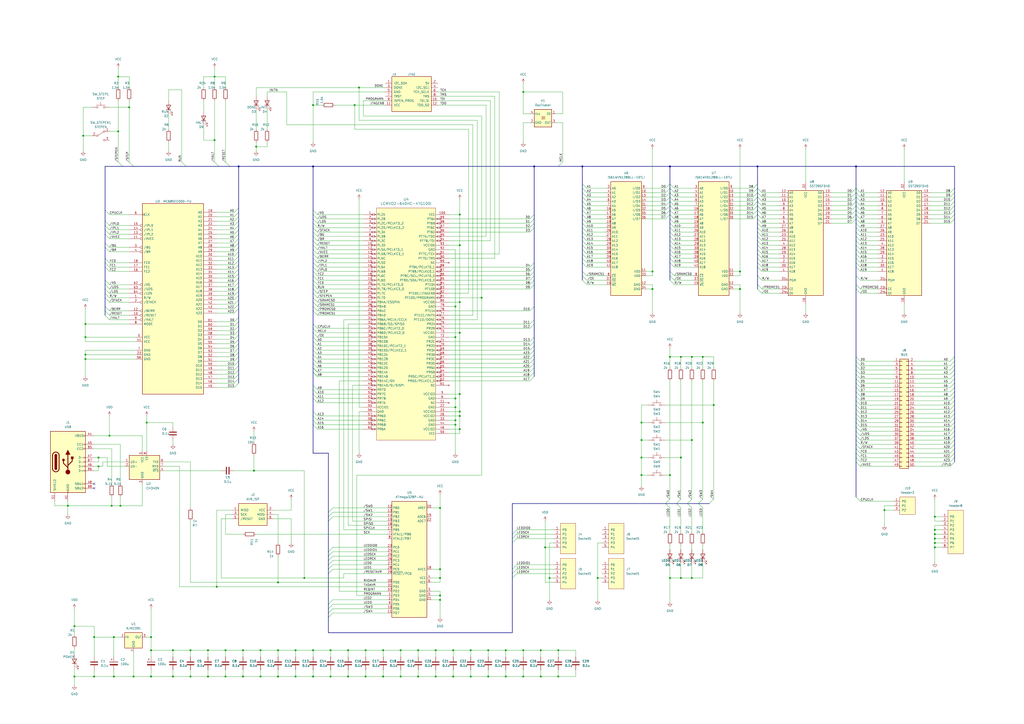
<source format=kicad_sch>
(kicad_sch (version 20230121) (generator eeschema)
  (paper "A2")
  (title_block (title "Pixy-68000-0") (date "2023-11-25") (rev "0") (company "(c) Kouji Matsui") (comment 1 "https://github.com/kekyo/Pixy"))
  (junction (at 388.62 96.52))
  (junction (at 63.5 252.73))
  (junction (at 401.32 207.01))
  (junction (at 273.05 392.43))
  (junction (at 262.89 392.43))
  (junction (at 148.59 85.09))
  (junction (at 266.7 228.6))
  (junction (at 318.77 335.28))
  (junction (at 68.58 44.45))
  (junction (at 372.11 265.43))
  (junction (at 110.49 377.19))
  (junction (at 273.05 377.19))
  (junction (at 264.16 195.58))
  (junction (at 542.29 307.34))
  (junction (at 232.41 392.43))
  (junction (at 264.16 177.8))
  (junction (at 77.47 392.43))
  (junction (at 171.45 377.19))
  (junction (at 43.18 363.22))
  (junction (at 120.65 392.43))
  (junction (at 323.85 377.19))
  (junction (at 208.28 50.8))
  (junction (at 87.63 392.43))
  (junction (at 222.25 377.19))
  (junction (at 266.7 193.04))
  (junction (at 316.23 317.5))
  (junction (at 378.46 167.64))
  (junction (at 87.63 369.57))
  (junction (at 252.73 377.19))
  (junction (at 181.61 96.52))
  (junction (at 255.27 335.28))
  (junction (at 283.21 392.43))
  (junction (at 264.16 236.22))
  (junction (at 151.13 392.43))
  (junction (at 161.29 337.82))
  (junction (at 171.45 392.43))
  (junction (at 49.53 205.74))
  (junction (at 255.27 294.64))
  (junction (at 176.53 335.28))
  (junction (at 323.85 392.43))
  (junction (at 87.63 377.19))
  (junction (at 346.71 335.28))
  (junction (at 191.77 377.19))
  (junction (at 372.11 255.27))
  (junction (at 378.46 157.48))
  (junction (at 49.53 187.96))
  (junction (at 57.15 265.43))
  (junction (at 68.58 76.2))
  (junction (at 513.08 295.91))
  (junction (at 201.93 377.19))
  (junction (at 124.46 44.45))
  (junction (at 212.09 377.19))
  (junction (at 64.77 293.37))
  (junction (at 303.53 392.43))
  (junction (at 205.74 60.96))
  (junction (at 429.26 167.64))
  (junction (at 49.53 195.58))
  (junction (at 394.97 265.43))
  (junction (at 372.11 245.11))
  (junction (at 372.11 275.59))
  (junction (at 309.88 96.52))
  (junction (at 161.29 377.19))
  (junction (at 69.85 293.37))
  (junction (at 439.42 96.52))
  (junction (at 313.69 377.19))
  (junction (at 262.89 377.19))
  (junction (at 407.67 245.11))
  (junction (at 100.33 392.43))
  (junction (at 303.53 377.19))
  (junction (at 542.29 312.42))
  (junction (at 39.37 293.37))
  (junction (at 57.15 270.51))
  (junction (at 100.33 377.19))
  (junction (at 74.93 62.23))
  (junction (at 407.67 207.01))
  (junction (at 542.29 299.72))
  (junction (at 266.7 248.92))
  (junction (at 414.02 234.95))
  (junction (at 293.37 377.19))
  (junction (at 120.65 377.19))
  (junction (at 388.62 275.59))
  (junction (at 140.97 392.43))
  (junction (at 266.7 142.24))
  (junction (at 242.57 377.19))
  (junction (at 542.29 314.96))
  (junction (at 138.43 96.52))
  (junction (at 283.21 377.19))
  (junction (at 130.81 392.43))
  (junction (at 130.81 377.19))
  (junction (at 401.32 255.27))
  (junction (at 542.29 317.5))
  (junction (at 255.27 347.98))
  (junction (at 49.53 208.28))
  (junction (at 401.32 335.28))
  (junction (at 496.57 96.52))
  (junction (at 394.97 335.28))
  (junction (at 110.49 392.43))
  (junction (at 388.62 335.28))
  (junction (at 48.26 78.74))
  (junction (at 140.97 377.19))
  (junction (at 394.97 207.01))
  (junction (at 264.16 243.84))
  (junction (at 66.04 369.57))
  (junction (at 232.41 377.19))
  (junction (at 124.46 81.28))
  (junction (at 266.7 238.76))
  (junction (at 181.61 60.96))
  (junction (at 54.61 392.43))
  (junction (at 66.04 392.43))
  (junction (at 313.69 392.43))
  (junction (at 43.18 392.43))
  (junction (at 255.27 345.44))
  (junction (at 147.32 273.05))
  (junction (at 125.73 340.36))
  (junction (at 388.62 207.01))
  (junction (at 151.13 377.19))
  (junction (at 264.16 246.38))
  (junction (at 181.61 377.19))
  (junction (at 279.4 172.72))
  (junction (at 266.7 124.46))
  (junction (at 303.53 53.34))
  (junction (at 255.27 330.2))
  (junction (at 266.7 241.3))
  (junction (at 181.61 392.43))
  (junction (at 161.29 392.43))
  (junction (at 242.57 392.43))
  (junction (at 212.09 392.43))
  (junction (at 337.82 96.52))
  (junction (at 201.93 392.43))
  (junction (at 266.7 175.26))
  (junction (at 293.37 392.43))
  (junction (at 54.61 369.57))
  (junction (at 85.09 245.11))
  (junction (at 252.73 392.43))
  (junction (at 429.26 157.48))
  (junction (at 542.29 309.88))
  (junction (at 222.25 392.43))
  (junction (at 264.16 231.14))
  (junction (at 191.77 392.43))
  (no_connect (at 54.61 283.21))
  (no_connect (at 54.61 280.67))
  (bus_entry (at 439.42 124.46) (size 2.54 2.54))
  (bus_entry (at 439.42 165.1) (size 2.54 2.54))
  (bus_entry (at 439.42 127) (size 2.54 2.54))
  (bus_entry (at 496.57 240.03) (size 2.54 2.54))
  (bus_entry (at 496.57 265.43) (size 2.54 2.54))
  (bus_entry (at 309.88 198.12) (size -2.54 2.54))
  (bus_entry (at 439.42 116.84) (size 2.54 2.54))
  (bus_entry (at 496.57 242.57) (size 2.54 2.54))
  (bus_entry (at 553.72 109.22) (size -2.54 2.54))
  (bus_entry (at 388.62 106.68) (size 2.54 2.54))
  (bus_entry (at 553.72 245.11) (size -2.54 2.54))
  (bus_entry (at 181.61 187.96) (size 2.54 2.54))
  (bus_entry (at 496.57 247.65) (size 2.54 2.54))
  (bus_entry (at 439.42 119.38) (size -2.54 2.54))
  (bus_entry (at 553.72 250.19) (size -2.54 2.54))
  (bus_entry (at 299.72 312.42) (size -2.54 2.54))
  (bus_entry (at 68.58 93.98) (size 2.54 2.54))
  (bus_entry (at 496.57 267.97) (size 2.54 2.54))
  (bus_entry (at 388.62 111.76) (size 2.54 2.54))
  (bus_entry (at 337.82 149.86) (size 2.54 2.54))
  (bus_entry (at 496.57 212.09) (size 2.54 2.54))
  (bus_entry (at 496.57 121.92) (size -2.54 2.54))
  (bus_entry (at 193.04 353.06) (size -2.54 2.54))
  (bus_entry (at 553.72 232.41) (size -2.54 2.54))
  (bus_entry (at 60.96 180.34) (size 2.54 2.54))
  (bus_entry (at 337.82 127) (size 2.54 2.54))
  (bus_entry (at 135.89 212.09) (size 2.54 -2.54))
  (bus_entry (at 439.42 149.86) (size 2.54 2.54))
  (bus_entry (at 181.61 215.9) (size 2.54 2.54))
  (bus_entry (at 193.04 322.58) (size -2.54 2.54))
  (bus_entry (at 496.57 127) (size 2.54 2.54))
  (bus_entry (at 496.57 111.76) (size 2.54 2.54))
  (bus_entry (at 553.72 222.25) (size -2.54 2.54))
  (bus_entry (at 496.57 234.95) (size 2.54 2.54))
  (bus_entry (at 181.61 142.24) (size 2.54 2.54))
  (bus_entry (at 135.89 222.25) (size 2.54 -2.54))
  (bus_entry (at 181.61 213.36) (size 2.54 2.54))
  (bus_entry (at 496.57 222.25) (size 2.54 2.54))
  (bus_entry (at 181.61 246.38) (size 2.54 2.54))
  (bus_entry (at 135.89 128.27) (size 2.54 -2.54))
  (bus_entry (at 135.89 201.93) (size 2.54 -2.54))
  (bus_entry (at 496.57 165.1) (size 2.54 2.54))
  (bus_entry (at 135.89 148.59) (size 2.54 -2.54))
  (bus_entry (at 553.72 242.57) (size -2.54 2.54))
  (bus_entry (at 439.42 152.4) (size 2.54 2.54))
  (bus_entry (at 439.42 144.78) (size 2.54 2.54))
  (bus_entry (at 388.62 119.38) (size 2.54 2.54))
  (bus_entry (at 60.96 149.86) (size 2.54 2.54))
  (bus_entry (at 60.96 182.88) (size 2.54 2.54))
  (bus_entry (at 388.62 149.86) (size 2.54 2.54))
  (bus_entry (at 130.81 93.98) (size 2.54 2.54))
  (bus_entry (at 439.42 147.32) (size 2.54 2.54))
  (bus_entry (at 181.61 165.1) (size 2.54 2.54))
  (bus_entry (at 299.72 307.34) (size -2.54 2.54))
  (bus_entry (at 388.62 111.76) (size -2.54 2.54))
  (bus_entry (at 496.57 144.78) (size 2.54 2.54))
  (bus_entry (at 439.42 139.7) (size 2.54 2.54))
  (bus_entry (at 496.57 252.73) (size 2.54 2.54))
  (bus_entry (at 496.57 149.86) (size 2.54 2.54))
  (bus_entry (at 309.88 203.2) (size -2.54 2.54))
  (bus_entry (at 181.61 129.54) (size 2.54 2.54))
  (bus_entry (at 135.89 219.71) (size 2.54 -2.54))
  (bus_entry (at 496.57 288.29) (size 2.54 2.54))
  (bus_entry (at 439.42 109.22) (size 2.54 2.54))
  (bus_entry (at 135.89 140.97) (size 2.54 -2.54))
  (bus_entry (at 135.89 158.75) (size 2.54 -2.54))
  (bus_entry (at 309.88 165.1) (size -2.54 2.54))
  (bus_entry (at 181.61 210.82) (size 2.54 2.54))
  (bus_entry (at 386.08 292.1) (size 2.54 2.54))
  (bus_entry (at 496.57 219.71) (size 2.54 2.54))
  (bus_entry (at 388.62 289.56) (size -2.54 2.54))
  (bus_entry (at 309.88 129.54) (size -2.54 2.54))
  (bus_entry (at 496.57 142.24) (size 2.54 2.54))
  (bus_entry (at 553.72 255.27) (size -2.54 2.54))
  (bus_entry (at 439.42 134.62) (size 2.54 2.54))
  (bus_entry (at 337.82 119.38) (size 2.54 2.54))
  (bus_entry (at 439.42 132.08) (size 2.54 2.54))
  (bus_entry (at 135.89 171.45) (size 2.54 -2.54))
  (bus_entry (at 299.72 327.66) (size -2.54 2.54))
  (bus_entry (at 181.61 167.64) (size 2.54 2.54))
  (bus_entry (at 181.61 154.94) (size 2.54 2.54))
  (bus_entry (at 181.61 149.86) (size 2.54 2.54))
  (bus_entry (at 388.62 144.78) (size 2.54 2.54))
  (bus_entry (at 193.04 294.64) (size -2.54 2.54))
  (bus_entry (at 60.96 154.94) (size 2.54 2.54))
  (bus_entry (at 439.42 114.3) (size -2.54 2.54))
  (bus_entry (at 553.72 207.01) (size -2.54 2.54))
  (bus_entry (at 135.89 168.91) (size 2.54 -2.54))
  (bus_entry (at 135.89 186.69) (size 2.54 -2.54))
  (bus_entry (at 553.72 262.89) (size -2.54 2.54))
  (bus_entry (at 309.88 213.36) (size -2.54 2.54))
  (bus_entry (at 181.61 205.74) (size 2.54 2.54))
  (bus_entry (at 309.88 185.42) (size -2.54 2.54))
  (bus_entry (at 337.82 116.84) (size 2.54 2.54))
  (bus_entry (at 388.62 152.4) (size 2.54 2.54))
  (bus_entry (at 193.04 317.5) (size -2.54 2.54))
  (bus_entry (at 299.72 330.2) (size -2.54 2.54))
  (bus_entry (at 388.62 124.46) (size 2.54 2.54))
  (bus_entry (at 60.96 177.8) (size 2.54 2.54))
  (bus_entry (at 496.57 237.49) (size 2.54 2.54))
  (bus_entry (at 496.57 114.3) (size 2.54 2.54))
  (bus_entry (at 496.57 127) (size -2.54 2.54))
  (bus_entry (at 414.02 289.56) (size -2.54 2.54))
  (bus_entry (at 496.57 109.22) (size -2.54 2.54))
  (bus_entry (at 135.89 224.79) (size 2.54 -2.54))
  (bus_entry (at 181.61 170.18) (size 2.54 2.54))
  (bus_entry (at 388.62 121.92) (size 2.54 2.54))
  (bus_entry (at 439.42 124.46) (size -2.54 2.54))
  (bus_entry (at 181.61 195.58) (size 2.54 2.54))
  (bus_entry (at 337.82 147.32) (size 2.54 2.54))
  (bus_entry (at 124.46 93.98) (size 2.54 2.54))
  (bus_entry (at 496.57 260.35) (size 2.54 2.54))
  (bus_entry (at 309.88 208.28) (size -2.54 2.54))
  (bus_entry (at 496.57 121.92) (size 2.54 2.54))
  (bus_entry (at 193.04 347.98) (size -2.54 2.54))
  (bus_entry (at 309.88 215.9) (size -2.54 2.54))
  (bus_entry (at 496.57 132.08) (size 2.54 2.54))
  (bus_entry (at 181.61 228.6) (size 2.54 2.54))
  (bus_entry (at 193.04 330.2) (size -2.54 2.54))
  (bus_entry (at 60.96 143.51) (size 2.54 2.54))
  (bus_entry (at 309.88 157.48) (size -2.54 2.54))
  (bus_entry (at 439.42 154.94) (size 2.54 2.54))
  (bus_entry (at 439.42 142.24) (size 2.54 2.54))
  (bus_entry (at 388.62 160.02) (size 2.54 2.54))
  (bus_entry (at 60.96 165.1) (size 2.54 2.54))
  (bus_entry (at 496.57 147.32) (size 2.54 2.54))
  (bus_entry (at 135.89 196.85) (size 2.54 -2.54))
  (bus_entry (at 181.61 180.34) (size 2.54 2.54))
  (bus_entry (at 553.72 209.55) (size -2.54 2.54))
  (bus_entry (at 388.62 114.3) (size -2.54 2.54))
  (bus_entry (at 337.82 142.24) (size 2.54 2.54))
  (bus_entry (at 309.88 132.08) (size -2.54 2.54))
  (bus_entry (at 135.89 163.83) (size 2.54 -2.54))
  (bus_entry (at 181.61 147.32) (size 2.54 2.54))
  (bus_entry (at 392.43 292.1) (size 2.54 2.54))
  (bus_entry (at 181.61 231.14) (size 2.54 2.54))
  (bus_entry (at 135.89 123.19) (size 2.54 -2.54))
  (bus_entry (at 181.61 139.7) (size 2.54 2.54))
  (bus_entry (at 181.61 137.16) (size 2.54 2.54))
  (bus_entry (at 439.42 167.64) (size 2.54 2.54))
  (bus_entry (at 388.62 116.84) (size -2.54 2.54))
  (bus_entry (at 496.57 154.94) (size 2.54 2.54))
  (bus_entry (at 388.62 142.24) (size 2.54 2.54))
  (bus_entry (at 496.57 116.84) (size 2.54 2.54))
  (bus_entry (at 60.96 152.4) (size 2.54 2.54))
  (bus_entry (at 337.82 152.4) (size 2.54 2.54))
  (bus_entry (at 496.57 152.4) (size 2.54 2.54))
  (bus_entry (at 135.89 217.17) (size 2.54 -2.54))
  (bus_entry (at 553.72 252.73) (size -2.54 2.54))
  (bus_entry (at 496.57 119.38) (size -2.54 2.54))
  (bus_entry (at 439.42 121.92) (size -2.54 2.54))
  (bus_entry (at 496.57 124.46) (size -2.54 2.54))
  (bus_entry (at 181.61 177.8) (size 2.54 2.54))
  (bus_entry (at 135.89 143.51) (size 2.54 -2.54))
  (bus_entry (at 309.88 154.94) (size -2.54 2.54))
  (bus_entry (at 337.82 157.48) (size 2.54 2.54))
  (bus_entry (at 439.42 111.76) (size -2.54 2.54))
  (bus_entry (at 388.62 132.08) (size 2.54 2.54))
  (bus_entry (at 309.88 218.44) (size -2.54 2.54))
  (bus_entry (at 337.82 129.54) (size 2.54 2.54))
  (bus_entry (at 553.72 247.65) (size -2.54 2.54))
  (bus_entry (at 309.88 200.66) (size -2.54 2.54))
  (bus_entry (at 181.61 203.2) (size 2.54 2.54))
  (bus_entry (at 181.61 152.4) (size 2.54 2.54))
  (bus_entry (at 181.61 190.5) (size 2.54 2.54))
  (bus_entry (at 405.13 292.1) (size 2.54 2.54))
  (bus_entry (at 496.57 124.46) (size 2.54 2.54))
  (bus_entry (at 496.57 232.41) (size 2.54 2.54))
  (bus_entry (at 181.61 198.12) (size 2.54 2.54))
  (bus_entry (at 135.89 189.23) (size 2.54 -2.54))
  (bus_entry (at 135.89 207.01) (size 2.54 -2.54))
  (bus_entry (at 388.62 109.22) (size 2.54 2.54))
  (bus_entry (at 337.82 114.3) (size 2.54 2.54))
  (bus_entry (at 496.57 217.17) (size 2.54 2.54))
  (bus_entry (at 553.72 111.76) (size -2.54 2.54))
  (bus_entry (at 105.41 93.98) (size 2.54 2.54))
  (bus_entry (at 181.61 200.66) (size 2.54 2.54))
  (bus_entry (at 181.61 241.3) (size 2.54 2.54))
  (bus_entry (at 337.82 139.7) (size 2.54 2.54))
  (bus_entry (at 135.89 199.39) (size 2.54 -2.54))
  (bus_entry (at 309.88 162.56) (size -2.54 2.54))
  (bus_entry (at 439.42 119.38) (size 2.54 2.54))
  (bus_entry (at 553.72 214.63) (size -2.54 2.54))
  (bus_entry (at 337.82 162.56) (size 2.54 2.54))
  (bus_entry (at 496.57 134.62) (size 2.54 2.54))
  (bus_entry (at 337.82 134.62) (size 2.54 2.54))
  (bus_entry (at 135.89 133.35) (size 2.54 -2.54))
  (bus_entry (at 496.57 160.02) (size 2.54 2.54))
  (bus_entry (at 496.57 116.84) (size -2.54 2.54))
  (bus_entry (at 337.82 121.92) (size 2.54 2.54))
  (bus_entry (at 388.62 129.54) (size 2.54 2.54))
  (bus_entry (at 60.96 130.81) (size 2.54 2.54))
  (bus_entry (at 193.04 350.52) (size -2.54 2.54))
  (bus_entry (at 309.88 127) (size -2.54 2.54))
  (bus_entry (at 135.89 138.43) (size 2.54 -2.54))
  (bus_entry (at 135.89 130.81) (size 2.54 -2.54))
  (bus_entry (at 299.72 309.88) (size -2.54 2.54))
  (bus_entry (at 181.61 124.46) (size 2.54 2.54))
  (bus_entry (at 337.82 111.76) (size 2.54 2.54))
  (bus_entry (at 193.04 320.04) (size -2.54 2.54))
  (bus_entry (at 439.42 137.16) (size 2.54 2.54))
  (bus_entry (at 496.57 209.55) (size 2.54 2.54))
  (bus_entry (at 388.62 139.7) (size 2.54 2.54))
  (bus_entry (at 439.42 114.3) (size 2.54 2.54))
  (bus_entry (at 193.04 327.66) (size -2.54 2.54))
  (bus_entry (at 60.96 128.27) (size 2.54 2.54))
  (bus_entry (at 181.61 238.76) (size 2.54 2.54))
  (bus_entry (at 496.57 257.81) (size 2.54 2.54))
  (bus_entry (at 60.96 170.18) (size 2.54 2.54))
  (bus_entry (at 398.78 292.1) (size 2.54 2.54))
  (bus_entry (at 309.88 177.8) (size -2.54 2.54))
  (bus_entry (at 388.62 124.46) (size -2.54 2.54))
  (bus_entry (at 553.72 229.87) (size -2.54 2.54))
  (bus_entry (at 135.89 125.73) (size 2.54 -2.54))
  (bus_entry (at 388.62 137.16) (size 2.54 2.54))
  (bus_entry (at 181.61 208.28) (size 2.54 2.54))
  (bus_entry (at 439.42 121.92) (size 2.54 2.54))
  (bus_entry (at 388.62 119.38) (size -2.54 2.54))
  (bus_entry (at 553.72 121.92) (size -2.54 2.54))
  (bus_entry (at 193.04 297.18) (size -2.54 2.54))
  (bus_entry (at 337.82 106.68) (size 2.54 2.54))
  (bus_entry (at 553.72 127) (size -2.54 2.54))
  (bus_entry (at 135.89 176.53) (size 2.54 -2.54))
  (bus_entry (at 60.96 162.56) (size 2.54 2.54))
  (bus_entry (at 388.62 114.3) (size 2.54 2.54))
  (bus_entry (at 553.72 114.3) (size -2.54 2.54))
  (bus_entry (at 496.57 139.7) (size 2.54 2.54))
  (bus_entry (at 181.61 162.56) (size 2.54 2.54))
  (bus_entry (at 496.57 167.64) (size 2.54 2.54))
  (bus_entry (at 496.57 245.11) (size 2.54 2.54))
  (bus_entry (at 135.89 214.63) (size 2.54 -2.54))
  (bus_entry (at 496.57 119.38) (size 2.54 2.54))
  (bus_entry (at 496.57 207.01) (size 2.54 2.54))
  (bus_entry (at 181.61 223.52) (size 2.54 2.54))
  (bus_entry (at 60.96 135.89) (size 2.54 2.54))
  (bus_entry (at 309.88 195.58) (size -2.54 2.54))
  (bus_entry (at 309.88 124.46) (size -2.54 2.54))
  (bus_entry (at 309.88 187.96) (size -2.54 2.54))
  (bus_entry (at 135.89 204.47) (size 2.54 -2.54))
  (bus_entry (at 60.96 167.64) (size 2.54 2.54))
  (bus_entry (at 181.61 132.08) (size 2.54 2.54))
  (bus_entry (at 60.96 140.97) (size 2.54 2.54))
  (bus_entry (at 496.57 214.63) (size 2.54 2.54))
  (bus_entry (at 337.82 124.46) (size 2.54 2.54))
  (bus_entry (at 496.57 111.76) (size -2.54 2.54))
  (bus_entry (at 388.62 157.48) (size 2.54 2.54))
  (bus_entry (at 181.61 193.04) (size 2.54 2.54))
  (bus_entry (at 388.62 127) (size 2.54 2.54))
  (bus_entry (at 553.72 227.33) (size -2.54 2.54))
  (bus_entry (at 496.57 250.19) (size 2.54 2.54))
  (bus_entry (at 193.04 355.6) (size -2.54 2.54))
  (bus_entry (at 496.57 137.16) (size 2.54 2.54))
  (bus_entry (at 553.72 267.97) (size -2.54 2.54))
  (bus_entry (at 337.82 160.02) (size 2.54 2.54))
  (bus_entry (at 181.61 213.36) (size 2.54 2.54))
  (bus_entry (at 553.72 219.71) (size -2.54 2.54))
  (bus_entry (at 439.42 111.76) (size 2.54 2.54))
  (bus_entry (at 181.61 144.78) (size 2.54 2.54))
  (bus_entry (at 388.62 109.22) (size -2.54 2.54))
  (bus_entry (at 299.72 332.74) (size -2.54 2.54))
  (bus_entry (at 309.88 210.82) (size -2.54 2.54))
  (bus_entry (at 388.62 106.68) (size -2.54 2.54))
  (bus_entry (at 496.57 129.54) (size 2.54 2.54))
  (bus_entry (at 553.72 260.35) (size -2.54 2.54))
  (bus_entry (at 181.61 175.26) (size 2.54 2.54))
  (bus_entry (at 496.57 109.22) (size 2.54 2.54))
  (bus_entry (at 553.72 224.79) (size -2.54 2.54))
  (bus_entry (at 60.96 133.35) (size 2.54 2.54))
  (bus_entry (at 135.89 191.77) (size 2.54 -2.54))
  (bus_entry (at 439.42 109.22) (size -2.54 2.54))
  (bus_entry (at 135.89 179.07) (size 2.54 -2.54))
  (bus_entry (at 60.96 121.92) (size 2.54 2.54))
  (bus_entry (at 496.57 224.79) (size 2.54 2.54))
  (bus_entry (at 135.89 153.67) (size 2.54 -2.54))
  (bus_entry (at 309.88 205.74) (size -2.54 2.54))
  (bus_entry (at 135.89 151.13) (size 2.54 -2.54))
  (bus_entry (at 181.61 226.06) (size 2.54 2.54))
  (bus_entry (at 439.42 160.02) (size 2.54 2.54))
  (bus_entry (at 496.57 229.87) (size 2.54 2.54))
  (bus_entry (at 337.82 109.22) (size 2.54 2.54))
  (bus_entry (at 181.61 127) (size 2.54 2.54))
  (bus_entry (at 553.72 116.84) (size -2.54 2.54))
  (bus_entry (at 181.61 172.72) (size 2.54 2.54))
  (bus_entry (at 553.72 257.81) (size -2.54 2.54))
  (bus_entry (at 388.62 121.92) (size -2.54 2.54))
  (bus_entry (at 193.04 325.12) (size -2.54 2.54))
  (bus_entry (at 439.42 116.84) (size -2.54 2.54))
  (bus_entry (at 135.89 181.61) (size 2.54 -2.54))
  (bus_entry (at 439.42 106.68) (size -2.54 2.54))
  (bus_entry (at 181.61 121.92) (size 2.54 2.54))
  (bus_entry (at 135.89 161.29) (size 2.54 -2.54))
  (bus_entry (at 135.89 194.31) (size 2.54 -2.54))
  (bus_entry (at 496.57 262.89) (size 2.54 2.54))
  (bus_entry (at 496.57 227.33) (size 2.54 2.54))
  (bus_entry (at 74.93 93.98) (size 2.54 2.54))
  (bus_entry (at 496.57 255.27) (size 2.54 2.54))
  (bus_entry (at 193.04 299.72) (size -2.54 2.54))
  (bus_entry (at 439.42 129.54) (size 2.54 2.54))
  (bus_entry (at 181.61 243.84) (size 2.54 2.54))
  (bus_entry (at 553.72 212.09) (size -2.54 2.54))
  (bus_entry (at 388.62 162.56) (size 2.54 2.54))
  (bus_entry (at 135.89 166.37) (size 2.54 -2.54))
  (bus_entry (at 135.89 156.21) (size 2.54 -2.54))
  (bus_entry (at 181.61 157.48) (size 2.54 2.54))
  (bus_entry (at 337.82 132.08) (size 2.54 2.54))
  (bus_entry (at 553.72 217.17) (size -2.54 2.54))
  (bus_entry (at 496.57 114.3) (size -2.54 2.54))
  (bus_entry (at 401.32 289.56) (size -2.54 2.54))
  (bus_entry (at 309.88 160.02) (size -2.54 2.54))
  (bus_entry (at 135.89 146.05) (size 2.54 -2.54))
  (bus_entry (at 60.96 172.72) (size 2.54 2.54))
  (bus_entry (at 553.72 240.03) (size -2.54 2.54))
  (bus_entry (at 553.72 119.38) (size -2.54 2.54))
  (bus_entry (at 407.67 289.56) (size -2.54 2.54))
  (bus_entry (at 323.85 96.52) (size 2.54 -2.54))
  (bus_entry (at 337.82 144.78) (size 2.54 2.54))
  (bus_entry (at 388.62 116.84) (size 2.54 2.54))
  (bus_entry (at 181.61 134.62) (size 2.54 2.54))
  (bus_entry (at 553.72 265.43) (size -2.54 2.54))
  (bus_entry (at 553.72 237.49) (size -2.54 2.54))
  (bus_entry (at 388.62 134.62) (size 2.54 2.54))
  (bus_entry (at 181.61 215.9) (size 2.54 2.54))
  (bus_entry (at 553.72 124.46) (size -2.54 2.54))
  (bus_entry (at 394.97 289.56) (size -2.54 2.54))
  (bus_entry (at 135.89 135.89) (size 2.54 -2.54))
  (bus_entry (at 337.82 137.16) (size 2.54 2.54))
  (bus_entry (at 309.88 152.4) (size -2.54 2.54))
  (bus_entry (at 553.72 234.95) (size -2.54 2.54))
  (bus_entry (at 181.61 160.02) (size 2.54 2.54))
  (bus_entry (at 135.89 209.55) (size 2.54 -2.54))
  (bus_entry (at 388.62 147.32) (size 2.54 2.54))
  (bus_entry (at 135.89 173.99) (size 2.54 -2.54))
  (wire (pts (xy 125.73 130.81) (xy 135.89 130.81)))
  (bus (pts (xy 181.61 157.48) (xy 181.61 160.02)))
  (wire (pts (xy 193.04 320.04) (xy 224.79 320.04)))
  (bus (pts (xy 337.82 109.22) (xy 337.82 111.76)))
  (bus (pts (xy 337.82 149.86) (xy 337.82 152.4)))
  (wire (pts (xy 391.16 165.1) (xy 402.59 165.1)))
  (bus (pts (xy 553.72 124.46) (xy 553.72 127)))
  (bus (pts (xy 337.82 152.4) (xy 337.82 157.48)))
  (bus (pts (xy 181.61 203.2) (xy 181.61 205.74)))
  (wire (pts (xy 212.09 377.19) (xy 212.09 381)))
  (bus (pts (xy 77.47 96.52) (xy 107.95 96.52)))
  (wire (pts (xy 154.94 55.88) (xy 154.94 53.34)))
  (wire (pts (xy 151.13 388.62) (xy 151.13 392.43)))
  (wire (pts (xy 95.25 267.97) (xy 110.49 267.97)))
  (bus (pts (xy 309.88 129.54) (xy 309.88 132.08)))
  (wire (pts (xy 68.58 44.45) (xy 74.93 44.45)))
  (bus (pts (xy 496.57 255.27) (xy 496.57 257.81)))
  (bus (pts (xy 553.72 127) (xy 553.72 207.01)))
  (bus (pts (xy 388.62 127) (xy 388.62 124.46)))
  (wire (pts (xy 97.79 82.55) (xy 97.79 87.63)))
  (wire (pts (xy 148.59 85.09) (xy 154.94 85.09)))
  (wire (pts (xy 499.11 170.18) (xy 509.27 170.18)))
  (wire (pts (xy 125.73 179.07) (xy 135.89 179.07)))
  (wire (pts (xy 232.41 377.19) (xy 242.57 377.19)))
  (wire (pts (xy 125.73 212.09) (xy 135.89 212.09)))
  (wire (pts (xy 260.35 195.58) (xy 264.16 195.58)))
  (wire (pts (xy 499.11 247.65) (xy 518.16 247.65)))
  (wire (pts (xy 125.73 196.85) (xy 135.89 196.85)))
  (bus (pts (xy 190.5 297.18) (xy 190.5 299.72)))
  (wire (pts (xy 542.29 307.34) (xy 542.29 309.88)))
  (bus (pts (xy 60.96 130.81) (xy 60.96 128.27)))
  (wire (pts (xy 323.85 388.62) (xy 323.85 392.43)))
  (wire (pts (xy 271.78 74.93) (xy 205.74 74.93)))
  (wire (pts (xy 39.37 293.37) (xy 39.37 298.45)))
  (wire (pts (xy 85.09 245.11) (xy 85.09 261.62)))
  (wire (pts (xy 201.93 304.8) (xy 201.93 187.96)))
  (wire (pts (xy 391.16 119.38) (xy 402.59 119.38)))
  (wire (pts (xy 63.5 146.05) (xy 74.93 146.05)))
  (wire (pts (xy 318.77 314.96) (xy 318.77 335.28)))
  (wire (pts (xy 63.5 172.72) (xy 74.93 172.72)))
  (wire (pts (xy 334.01 377.19) (xy 334.01 381)))
  (bus (pts (xy 190.5 350.52) (xy 190.5 353.06)))
  (bus (pts (xy 309.88 210.82) (xy 309.88 213.36)))
  (bus (pts (xy 388.62 149.86) (xy 388.62 147.32)))
  (bus (pts (xy 138.43 125.73) (xy 138.43 128.27)))
  (wire (pts (xy 242.57 377.19) (xy 252.73 377.19)))
  (wire (pts (xy 391.16 137.16) (xy 402.59 137.16)))
  (wire (pts (xy 279.4 275.59) (xy 207.01 275.59)))
  (wire (pts (xy 266.7 175.26) (xy 266.7 193.04)))
  (bus (pts (xy 138.43 96.52) (xy 181.61 96.52)))
  (wire (pts (xy 54.61 270.51) (xy 57.15 270.51)))
  (bus (pts (xy 181.61 190.5) (xy 181.61 193.04)))
  (bus (pts (xy 181.61 200.66) (xy 181.61 203.2)))
  (wire (pts (xy 316.23 317.5) (xy 316.23 337.82)))
  (wire (pts (xy 176.53 335.28) (xy 199.39 335.28)))
  (bus (pts (xy 388.62 162.56) (xy 388.62 160.02)))
  (wire (pts (xy 184.15 215.9) (xy 210.82 215.9)))
  (bus (pts (xy 309.88 127) (xy 309.88 129.54)))
  (wire (pts (xy 429.26 165.1) (xy 429.26 167.64)))
  (wire (pts (xy 414.02 234.95) (xy 414.02 289.56)))
  (wire (pts (xy 386.08 245.11) (xy 407.67 245.11)))
  (bus (pts (xy 553.72 111.76) (xy 553.72 114.3)))
  (wire (pts (xy 530.86 240.03) (xy 551.18 240.03)))
  (wire (pts (xy 69.85 288.29) (xy 69.85 293.37)))
  (wire (pts (xy 260.35 157.48) (xy 307.34 157.48)))
  (wire (pts (xy 184.15 142.24) (xy 210.82 142.24)))
  (bus (pts (xy 496.57 154.94) (xy 496.57 160.02)))
  (bus (pts (xy 309.88 215.9) (xy 309.88 218.44)))
  (wire (pts (xy 482.6 119.38) (xy 494.03 119.38)))
  (wire (pts (xy 125.73 189.23) (xy 135.89 189.23)))
  (wire (pts (xy 85.09 369.57) (xy 87.63 369.57)))
  (wire (pts (xy 340.36 121.92) (xy 351.79 121.92)))
  (bus (pts (xy 190.5 367.03) (xy 190.5 358.14)))
  (wire (pts (xy 441.96 124.46) (xy 452.12 124.46)))
  (wire (pts (xy 513.08 293.37) (xy 518.16 293.37)))
  (wire (pts (xy 260.35 160.02) (xy 307.34 160.02)))
  (wire (pts (xy 407.67 207.01) (xy 401.32 207.01)))
  (bus (pts (xy 133.35 96.52) (xy 138.43 96.52)))
  (bus (pts (xy 138.43 133.35) (xy 138.43 135.89)))
  (wire (pts (xy 154.94 53.34) (xy 166.37 53.34)))
  (wire (pts (xy 524.51 176.53) (xy 524.51 181.61)))
  (wire (pts (xy 441.96 149.86) (xy 452.12 149.86)))
  (wire (pts (xy 110.49 302.26) (xy 110.49 337.82)))
  (wire (pts (xy 287.02 55.88) (xy 287.02 149.86)))
  (wire (pts (xy 394.97 265.43) (xy 394.97 289.56)))
  (wire (pts (xy 63.5 157.48) (xy 74.93 157.48)))
  (wire (pts (xy 542.29 314.96) (xy 542.29 317.5)))
  (bus (pts (xy 181.61 152.4) (xy 181.61 154.94)))
  (bus (pts (xy 181.61 208.28) (xy 181.61 210.82)))
  (wire (pts (xy 260.35 177.8) (xy 264.16 177.8)))
  (wire (pts (xy 125.73 186.69) (xy 135.89 186.69)))
  (bus (pts (xy 138.43 209.55) (xy 138.43 212.09)))
  (wire (pts (xy 530.86 270.51) (xy 551.18 270.51)))
  (wire (pts (xy 193.04 330.2) (xy 224.79 330.2)))
  (bus (pts (xy 439.42 144.78) (xy 439.42 147.32)))
  (bus (pts (xy 138.43 199.39) (xy 138.43 201.93)))
  (wire (pts (xy 499.11 127) (xy 509.27 127)))
  (wire (pts (xy 388.62 318.77) (xy 388.62 316.23)))
  (wire (pts (xy 513.08 295.91) (xy 513.08 293.37)))
  (bus (pts (xy 60.96 167.64) (xy 60.96 165.1)))
  (wire (pts (xy 273.05 377.19) (xy 273.05 381)))
  (wire (pts (xy 303.53 392.43) (xy 313.69 392.43)))
  (wire (pts (xy 176.53 273.05) (xy 176.53 335.28)))
  (bus (pts (xy 439.42 160.02) (xy 439.42 165.1)))
  (bus (pts (xy 309.88 132.08) (xy 309.88 152.4)))
  (wire (pts (xy 201.93 304.8) (xy 224.79 304.8)))
  (wire (pts (xy 222.25 377.19) (xy 222.25 381)))
  (wire (pts (xy 125.73 125.73) (xy 135.89 125.73)))
  (wire (pts (xy 499.11 116.84) (xy 509.27 116.84)))
  (wire (pts (xy 499.11 227.33) (xy 518.16 227.33)))
  (wire (pts (xy 68.58 44.45) (xy 68.58 50.8)))
  (wire (pts (xy 374.65 165.1) (xy 378.46 165.1)))
  (wire (pts (xy 184.15 213.36) (xy 210.82 213.36)))
  (wire (pts (xy 208.28 50.8) (xy 208.28 69.85)))
  (wire (pts (xy 313.69 392.43) (xy 323.85 392.43)))
  (wire (pts (xy 184.15 195.58) (xy 210.82 195.58)))
  (bus (pts (xy 181.61 231.14) (xy 181.61 238.76)))
  (wire (pts (xy 184.15 180.34) (xy 210.82 180.34)))
  (bus (pts (xy 138.43 171.45) (xy 138.43 173.99)))
  (wire (pts (xy 110.49 392.43) (xy 120.65 392.43)))
  (wire (pts (xy 340.36 137.16) (xy 351.79 137.16)))
  (wire (pts (xy 252.73 388.62) (xy 252.73 392.43)))
  (wire (pts (xy 184.15 152.4) (xy 210.82 152.4)))
  (wire (pts (xy 425.45 114.3) (xy 436.88 114.3)))
  (wire (pts (xy 326.39 71.12) (xy 326.39 93.98)))
  (wire (pts (xy 125.73 204.47) (xy 135.89 204.47)))
  (wire (pts (xy 199.39 332.74) (xy 224.79 332.74)))
  (wire (pts (xy 299.72 327.66) (xy 321.31 327.66)))
  (bus (pts (xy 138.43 191.77) (xy 138.43 194.31)))
  (bus (pts (xy 388.62 160.02) (xy 388.62 157.48)))
  (wire (pts (xy 68.58 76.2) (xy 63.5 76.2)))
  (wire (pts (xy 499.11 209.55) (xy 518.16 209.55)))
  (wire (pts (xy 293.37 392.43) (xy 303.53 392.43)))
  (wire (pts (xy 191.77 388.62) (xy 191.77 392.43)))
  (bus (pts (xy 71.12 96.52) (xy 77.47 96.52)))
  (bus (pts (xy 309.88 200.66) (xy 309.88 203.2)))
  (bus (pts (xy 60.96 135.89) (xy 60.96 133.35)))
  (wire (pts (xy 184.15 127) (xy 210.82 127)))
  (wire (pts (xy 388.62 294.64) (xy 388.62 308.61)))
  (bus (pts (xy 181.61 121.92) (xy 181.61 124.46)))
  (wire (pts (xy 394.97 318.77) (xy 394.97 316.23)))
  (wire (pts (xy 283.21 377.19) (xy 293.37 377.19)))
  (bus (pts (xy 553.72 214.63) (xy 553.72 217.17)))
  (wire (pts (xy 322.58 66.04) (xy 326.39 66.04)))
  (bus (pts (xy 190.5 322.58) (xy 190.5 325.12)))
  (wire (pts (xy 69.85 293.37) (xy 82.55 293.37)))
  (wire (pts (xy 289.56 53.34) (xy 289.56 147.32)))
  (wire (pts (xy 184.15 170.18) (xy 210.82 170.18)))
  (wire (pts (xy 340.36 165.1) (xy 351.79 165.1)))
  (wire (pts (xy 87.63 377.19) (xy 100.33 377.19)))
  (wire (pts (xy 124.46 44.45) (xy 130.81 44.45)))
  (wire (pts (xy 429.26 157.48) (xy 429.26 160.02)))
  (wire (pts (xy 499.11 167.64) (xy 509.27 167.64)))
  (bus (pts (xy 138.43 212.09) (xy 138.43 214.63)))
  (wire (pts (xy 260.35 167.64) (xy 307.34 167.64)))
  (wire (pts (xy 85.09 245.11) (xy 100.33 245.11)))
  (bus (pts (xy 388.62 152.4) (xy 388.62 149.86)))
  (wire (pts (xy 441.96 129.54) (xy 452.12 129.54)))
  (wire (pts (xy 391.16 160.02) (xy 402.59 160.02)))
  (wire (pts (xy 281.94 137.16) (xy 260.35 137.16)))
  (bus (pts (xy 297.18 330.2) (xy 297.18 332.74)))
  (bus (pts (xy 138.43 179.07) (xy 138.43 184.15)))
  (wire (pts (xy 303.53 377.19) (xy 303.53 381)))
  (bus (pts (xy 496.57 165.1) (xy 496.57 167.64)))
  (wire (pts (xy 193.04 317.5) (xy 224.79 317.5)))
  (wire (pts (xy 441.96 114.3) (xy 452.12 114.3)))
  (wire (pts (xy 299.72 309.88) (xy 321.31 309.88)))
  (wire (pts (xy 374.65 124.46) (xy 386.08 124.46)))
  (wire (pts (xy 184.15 129.54) (xy 210.82 129.54)))
  (wire (pts (xy 181.61 377.19) (xy 181.61 381)))
  (wire (pts (xy 499.11 111.76) (xy 509.27 111.76)))
  (wire (pts (xy 49.53 179.07) (xy 49.53 187.96)))
  (wire (pts (xy 208.28 50.8) (xy 223.52 50.8)))
  (bus (pts (xy 138.43 123.19) (xy 138.43 125.73)))
  (bus (pts (xy 181.61 160.02) (xy 181.61 162.56)))
  (wire (pts (xy 87.63 388.62) (xy 87.63 392.43)))
  (bus (pts (xy 337.82 129.54) (xy 337.82 132.08)))
  (wire (pts (xy 303.53 377.19) (xy 313.69 377.19)))
  (wire (pts (xy 539.75 121.92) (xy 551.18 121.92)))
  (wire (pts (xy 87.63 392.43) (xy 100.33 392.43)))
  (wire (pts (xy 340.36 124.46) (xy 351.79 124.46)))
  (bus (pts (xy 337.82 147.32) (xy 337.82 149.86)))
  (bus (pts (xy 553.72 116.84) (xy 553.72 119.38)))
  (bus (pts (xy 181.61 96.52) (xy 181.61 121.92)))
  (wire (pts (xy 391.16 139.7) (xy 402.59 139.7)))
  (wire (pts (xy 374.65 121.92) (xy 386.08 121.92)))
  (wire (pts (xy 63.5 165.1) (xy 74.93 165.1)))
  (wire (pts (xy 274.32 182.88) (xy 260.35 182.88)))
  (wire (pts (xy 124.46 44.45) (xy 124.46 50.8)))
  (wire (pts (xy 375.92 245.11) (xy 372.11 245.11)))
  (wire (pts (xy 72.39 267.97) (xy 59.69 267.97)))
  (bus (pts (xy 496.57 116.84) (xy 496.57 119.38)))
  (wire (pts (xy 293.37 377.19) (xy 303.53 377.19)))
  (bus (pts (xy 553.72 245.11) (xy 553.72 247.65)))
  (wire (pts (xy 266.7 115.57) (xy 266.7 124.46)))
  (wire (pts (xy 441.96 147.32) (xy 452.12 147.32)))
  (bus (pts (xy 496.57 242.57) (xy 496.57 245.11)))
  (bus (pts (xy 388.62 116.84) (xy 388.62 114.3)))
  (wire (pts (xy 210.82 238.76) (xy 208.28 238.76)))
  (bus (pts (xy 337.82 160.02) (xy 337.82 162.56)))
  (wire (pts (xy 260.35 198.12) (xy 307.34 198.12)))
  (bus (pts (xy 127 96.52) (xy 133.35 96.52)))
  (wire (pts (xy 31.75 293.37) (xy 39.37 293.37)))
  (wire (pts (xy 77.47 378.46) (xy 77.47 392.43)))
  (wire (pts (xy 260.35 248.92) (xy 266.7 248.92)))
  (wire (pts (xy 391.16 111.76) (xy 402.59 111.76)))
  (wire (pts (xy 539.75 129.54) (xy 551.18 129.54)))
  (wire (pts (xy 147.32 273.05) (xy 176.53 273.05)))
  (bus (pts (xy 337.82 127) (xy 337.82 129.54)))
  (wire (pts (xy 168.91 300.99) (xy 168.91 314.96)))
  (wire (pts (xy 39.37 293.37) (xy 39.37 290.83)))
  (wire (pts (xy 441.96 119.38) (xy 452.12 119.38)))
  (wire (pts (xy 394.97 326.39) (xy 394.97 335.28)))
  (wire (pts (xy 43.18 379.73) (xy 43.18 375.92)))
  (wire (pts (xy 283.21 377.19) (xy 283.21 381)))
  (bus (pts (xy 496.57 167.64) (xy 496.57 207.01)))
  (bus (pts (xy 553.72 212.09) (xy 553.72 214.63)))
  (wire (pts (xy 148.59 309.88) (xy 224.79 309.88)))
  (bus (pts (xy 496.57 217.17) (xy 496.57 219.71)))
  (bus (pts (xy 439.42 127) (xy 439.42 129.54)))
  (wire (pts (xy 49.53 208.28) (xy 49.53 218.44)))
  (wire (pts (xy 260.35 238.76) (xy 266.7 238.76)))
  (bus (pts (xy 553.72 229.87) (xy 553.72 232.41)))
  (wire (pts (xy 97.79 52.07) (xy 97.79 58.42)))
  (wire (pts (xy 68.58 39.37) (xy 68.58 44.45)))
  (bus (pts (xy 138.43 189.23) (xy 138.43 191.77)))
  (wire (pts (xy 429.26 157.48) (xy 429.26 86.36)))
  (wire (pts (xy 407.67 318.77) (xy 407.67 316.23)))
  (wire (pts (xy 266.7 228.6) (xy 266.7 238.76)))
  (wire (pts (xy 340.36 129.54) (xy 351.79 129.54)))
  (wire (pts (xy 171.45 377.19) (xy 181.61 377.19)))
  (bus (pts (xy 496.57 222.25) (xy 496.57 224.79)))
  (wire (pts (xy 260.35 149.86) (xy 287.02 149.86)))
  (wire (pts (xy 63.5 133.35) (xy 74.93 133.35)))
  (wire (pts (xy 125.73 151.13) (xy 135.89 151.13)))
  (wire (pts (xy 184.15 231.14) (xy 210.82 231.14)))
  (wire (pts (xy 499.11 114.3) (xy 509.27 114.3)))
  (wire (pts (xy 546.1 309.88) (xy 542.29 309.88)))
  (wire (pts (xy 260.35 208.28) (xy 307.34 208.28)))
  (bus (pts (xy 181.61 124.46) (xy 181.61 127)))
  (bus (pts (xy 181.61 149.86) (xy 181.61 152.4)))
  (bus (pts (xy 496.57 114.3) (xy 496.57 116.84)))
  (bus (pts (xy 439.42 114.3) (xy 439.42 116.84)))
  (wire (pts (xy 340.36 139.7) (xy 351.79 139.7)))
  (wire (pts (xy 57.15 265.43) (xy 62.23 265.43)))
  (wire (pts (xy 264.16 144.78) (xy 264.16 177.8)))
  (wire (pts (xy 264.16 243.84) (xy 264.16 246.38)))
  (wire (pts (xy 252.73 377.19) (xy 252.73 381)))
  (bus (pts (xy 553.72 252.73) (xy 553.72 255.27)))
  (bus (pts (xy 439.42 111.76) (xy 439.42 114.3)))
  (wire (pts (xy 334.01 388.62) (xy 334.01 392.43)))
  (wire (pts (xy 125.73 123.19) (xy 135.89 123.19)))
  (bus (pts (xy 190.5 302.26) (xy 190.5 320.04)))
  (bus (pts (xy 297.18 309.88) (xy 297.18 312.42)))
  (wire (pts (xy 181.61 388.62) (xy 181.61 392.43)))
  (wire (pts (xy 441.96 152.4) (xy 452.12 152.4)))
  (bus (pts (xy 388.62 132.08) (xy 388.62 129.54)))
  (wire (pts (xy 499.11 250.19) (xy 518.16 250.19)))
  (wire (pts (xy 125.73 168.91) (xy 135.89 168.91)))
  (wire (pts (xy 222.25 388.62) (xy 222.25 392.43)))
  (wire (pts (xy 184.15 172.72) (xy 210.82 172.72)))
  (wire (pts (xy 375.92 265.43) (xy 372.11 265.43)))
  (wire (pts (xy 303.53 71.12) (xy 303.53 82.55)))
  (wire (pts (xy 148.59 63.5) (xy 148.59 74.93)))
  (bus (pts (xy 138.43 143.51) (xy 138.43 146.05)))
  (wire (pts (xy 49.53 195.58) (xy 49.53 198.12)))
  (bus (pts (xy 60.96 140.97) (xy 60.96 135.89)))
  (wire (pts (xy 414.02 207.01) (xy 407.67 207.01)))
  (wire (pts (xy 260.35 210.82) (xy 307.34 210.82)))
  (bus (pts (xy 181.61 238.76) (xy 181.61 241.3)))
  (wire (pts (xy 530.86 229.87) (xy 551.18 229.87)))
  (bus (pts (xy 496.57 247.65) (xy 496.57 250.19)))
  (wire (pts (xy 199.39 307.34) (xy 199.39 185.42)))
  (wire (pts (xy 208.28 115.57) (xy 208.28 236.22)))
  (wire (pts (xy 260.35 231.14) (xy 264.16 231.14)))
  (wire (pts (xy 125.73 171.45) (xy 135.89 171.45)))
  (wire (pts (xy 321.31 337.82) (xy 316.23 337.82)))
  (bus (pts (xy 496.57 240.03) (xy 496.57 242.57)))
  (wire (pts (xy 260.35 218.44) (xy 307.34 218.44)))
  (bus (pts (xy 496.57 209.55) (xy 496.57 212.09)))
  (wire (pts (xy 391.16 134.62) (xy 402.59 134.62)))
  (wire (pts (xy 184.15 203.2) (xy 210.82 203.2)))
  (wire (pts (xy 242.57 377.19) (xy 242.57 381)))
  (wire (pts (xy 482.6 129.54) (xy 494.03 129.54)))
  (bus (pts (xy 190.5 325.12) (xy 190.5 327.66)))
  (bus (pts (xy 138.43 219.71) (xy 138.43 222.25)))
  (wire (pts (xy 184.15 182.88) (xy 210.82 182.88)))
  (bus (pts (xy 337.82 157.48) (xy 337.82 160.02)))
  (wire (pts (xy 401.32 220.98) (xy 401.32 255.27)))
  (wire (pts (xy 120.65 377.19) (xy 130.81 377.19)))
  (wire (pts (xy 499.11 149.86) (xy 509.27 149.86)))
  (bus (pts (xy 138.43 151.13) (xy 138.43 153.67)))
  (wire (pts (xy 212.09 388.62) (xy 212.09 392.43)))
  (wire (pts (xy 530.86 214.63) (xy 551.18 214.63)))
  (wire (pts (xy 273.05 392.43) (xy 283.21 392.43)))
  (wire (pts (xy 378.46 167.64) (xy 378.46 181.61)))
  (wire (pts (xy 260.35 142.24) (xy 266.7 142.24)))
  (wire (pts (xy 388.62 220.98) (xy 388.62 275.59)))
  (wire (pts (xy 499.11 229.87) (xy 518.16 229.87)))
  (wire (pts (xy 43.18 392.43) (xy 43.18 397.51)))
  (bus (pts (xy 337.82 139.7) (xy 337.82 142.24)))
  (bus (pts (xy 138.43 201.93) (xy 138.43 204.47)))
  (wire (pts (xy 110.49 377.19) (xy 110.49 381)))
  (wire (pts (xy 140.97 388.62) (xy 140.97 392.43)))
  (wire (pts (xy 201.93 187.96) (xy 210.82 187.96)))
  (wire (pts (xy 499.11 147.32) (xy 509.27 147.32)))
  (wire (pts (xy 87.63 353.06) (xy 87.63 369.57)))
  (bus (pts (xy 309.88 198.12) (xy 309.88 200.66)))
  (bus (pts (xy 181.61 167.64) (xy 181.61 170.18)))
  (wire (pts (xy 441.96 116.84) (xy 452.12 116.84)))
  (bus (pts (xy 60.96 177.8) (xy 60.96 172.72)))
  (wire (pts (xy 130.81 298.45) (xy 130.81 309.88)))
  (wire (pts (xy 54.61 265.43) (xy 57.15 265.43)))
  (wire (pts (xy 166.37 53.34) (xy 166.37 72.39)))
  (wire (pts (xy 372.11 234.95) (xy 375.92 234.95)))
  (wire (pts (xy 110.49 377.19) (xy 120.65 377.19)))
  (wire (pts (xy 196.85 342.9) (xy 224.79 342.9)))
  (wire (pts (xy 542.29 304.8) (xy 546.1 304.8)))
  (wire (pts (xy 148.59 82.55) (xy 148.59 85.09)))
  (bus (pts (xy 181.61 137.16) (xy 181.61 139.7)))
  (bus (pts (xy 190.5 327.66) (xy 190.5 330.2)))
  (wire (pts (xy 181.61 60.96) (xy 181.61 82.55)))
  (wire (pts (xy 193.04 350.52) (xy 224.79 350.52)))
  (wire (pts (xy 374.65 116.84) (xy 386.08 116.84)))
  (wire (pts (xy 171.45 388.62) (xy 171.45 392.43)))
  (wire (pts (xy 212.09 392.43) (xy 222.25 392.43)))
  (wire (pts (xy 266.7 248.92) (xy 266.7 251.46)))
  (wire (pts (xy 74.93 58.42) (xy 74.93 62.23)))
  (wire (pts (xy 87.63 369.57) (xy 87.63 377.19)))
  (wire (pts (xy 386.08 275.59) (xy 388.62 275.59)))
  (wire (pts (xy 303.53 48.26) (xy 303.53 53.34)))
  (bus (pts (xy 553.72 209.55) (xy 553.72 212.09)))
  (wire (pts (xy 59.69 267.97) (xy 59.69 270.51)))
  (wire (pts (xy 62.23 265.43) (xy 62.23 270.51)))
  (bus (pts (xy 553.72 217.17) (xy 553.72 219.71)))
  (wire (pts (xy 125.73 201.93) (xy 135.89 201.93)))
  (wire (pts (xy 254 53.34) (xy 289.56 53.34)))
  (wire (pts (xy 130.81 377.19) (xy 140.97 377.19)))
  (wire (pts (xy 391.16 116.84) (xy 402.59 116.84)))
  (wire (pts (xy 125.73 217.17) (xy 135.89 217.17)))
  (wire (pts (xy 124.46 58.42) (xy 124.46 81.28)))
  (bus (pts (xy 181.61 262.89) (xy 190.5 262.89)))
  (wire (pts (xy 374.65 157.48) (xy 378.46 157.48)))
  (wire (pts (xy 499.11 257.81) (xy 518.16 257.81)))
  (wire (pts (xy 199.39 185.42) (xy 210.82 185.42)))
  (wire (pts (xy 530.86 245.11) (xy 551.18 245.11)))
  (wire (pts (xy 181.61 53.34) (xy 223.52 53.34)))
  (wire (pts (xy 340.36 152.4) (xy 351.79 152.4)))
  (bus (pts (xy 181.61 193.04) (xy 181.61 195.58)))
  (wire (pts (xy 193.04 299.72) (xy 224.79 299.72)))
  (bus (pts (xy 309.88 205.74) (xy 309.88 208.28)))
  (bus (pts (xy 388.62 147.32) (xy 388.62 144.78)))
  (bus (pts (xy 553.72 232.41) (xy 553.72 234.95)))
  (wire (pts (xy 283.21 392.43) (xy 293.37 392.43)))
  (wire (pts (xy 255.27 337.82) (xy 250.19 337.82)))
  (bus (pts (xy 138.43 207.01) (xy 138.43 209.55)))
  (wire (pts (xy 293.37 388.62) (xy 293.37 392.43)))
  (wire (pts (xy 63.5 124.46) (xy 74.93 124.46)))
  (wire (pts (xy 134.62 300.99) (xy 128.27 300.99)))
  (bus (pts (xy 309.88 185.42) (xy 309.88 187.96)))
  (wire (pts (xy 125.73 209.55) (xy 135.89 209.55)))
  (bus (pts (xy 337.82 124.46) (xy 337.82 127)))
  (bus (pts (xy 181.61 223.52) (xy 181.61 226.06)))
  (wire (pts (xy 210.82 236.22) (xy 208.28 236.22)))
  (bus (pts (xy 496.57 257.81) (xy 496.57 260.35)))
  (wire (pts (xy 499.11 252.73) (xy 518.16 252.73)))
  (wire (pts (xy 499.11 255.27) (xy 518.16 255.27)))
  (wire (pts (xy 499.11 119.38) (xy 509.27 119.38)))
  (wire (pts (xy 184.15 208.28) (xy 210.82 208.28)))
  (wire (pts (xy 318.77 335.28) (xy 321.31 335.28)))
  (bus (pts (xy 309.88 187.96) (xy 309.88 195.58)))
  (wire (pts (xy 260.35 205.74) (xy 307.34 205.74)))
  (wire (pts (xy 63.5 138.43) (xy 74.93 138.43)))
  (wire (pts (xy 184.15 137.16) (xy 210.82 137.16)))
  (bus (pts (xy 553.72 109.22) (xy 553.72 111.76)))
  (bus (pts (xy 496.57 227.33) (xy 496.57 229.87)))
  (wire (pts (xy 63.5 180.34) (xy 74.93 180.34)))
  (bus (pts (xy 138.43 194.31) (xy 138.43 196.85)))
  (wire (pts (xy 441.96 134.62) (xy 452.12 134.62)))
  (bus (pts (xy 388.62 114.3) (xy 388.62 111.76)))
  (wire (pts (xy 318.77 335.28) (xy 318.77 347.98)))
  (wire (pts (xy 151.13 377.19) (xy 151.13 381)))
  (bus (pts (xy 60.96 180.34) (xy 60.96 177.8)))
  (bus (pts (xy 181.61 132.08) (xy 181.61 134.62)))
  (wire (pts (xy 125.73 153.67) (xy 135.89 153.67)))
  (wire (pts (xy 186.69 60.96) (xy 181.61 60.96)))
  (bus (pts (xy 181.61 226.06) (xy 181.61 228.6)))
  (wire (pts (xy 391.16 152.4) (xy 402.59 152.4)))
  (wire (pts (xy 279.4 172.72) (xy 260.35 172.72)))
  (wire (pts (xy 118.11 50.8) (xy 118.11 44.45)))
  (wire (pts (xy 161.29 377.19) (xy 161.29 381)))
  (wire (pts (xy 425.45 111.76) (xy 436.88 111.76)))
  (wire (pts (xy 63.5 241.3) (xy 63.5 252.73)))
  (wire (pts (xy 43.18 363.22) (xy 54.61 363.22)))
  (wire (pts (xy 184.15 205.74) (xy 210.82 205.74)))
  (bus (pts (xy 337.82 114.3) (xy 337.82 116.84)))
  (wire (pts (xy 128.27 335.28) (xy 176.53 335.28)))
  (wire (pts (xy 542.29 312.42) (xy 546.1 312.42)))
  (bus (pts (xy 386.08 292.1) (xy 392.43 292.1)))
  (wire (pts (xy 260.35 127) (xy 307.34 127)))
  (wire (pts (xy 68.58 93.98) (xy 68.58 76.2)))
  (wire (pts (xy 407.67 213.36) (xy 407.67 207.01)))
  (bus (pts (xy 496.57 124.46) (xy 496.57 127)))
  (wire (pts (xy 260.35 193.04) (xy 266.7 193.04)))
  (wire (pts (xy 499.11 217.17) (xy 518.16 217.17)))
  (bus (pts (xy 60.96 149.86) (xy 60.96 143.51)))
  (wire (pts (xy 193.04 294.64) (xy 224.79 294.64)))
  (bus (pts (xy 297.18 312.42) (xy 297.18 314.96)))
  (wire (pts (xy 69.85 257.81) (xy 69.85 280.67)))
  (wire (pts (xy 307.34 66.04) (xy 303.53 66.04)))
  (wire (pts (xy 542.29 302.26) (xy 546.1 302.26)))
  (wire (pts (xy 530.86 255.27) (xy 551.18 255.27)))
  (wire (pts (xy 193.04 325.12) (xy 224.79 325.12)))
  (wire (pts (xy 401.32 213.36) (xy 401.32 207.01)))
  (wire (pts (xy 54.61 252.73) (xy 63.5 252.73)))
  (bus (pts (xy 309.88 124.46) (xy 309.88 127)))
  (bus (pts (xy 439.42 137.16) (xy 439.42 139.7)))
  (wire (pts (xy 184.15 248.92) (xy 210.82 248.92)))
  (wire (pts (xy 39.37 293.37) (xy 64.77 293.37)))
  (wire (pts (xy 255.27 347.98) (xy 255.27 358.14)))
  (bus (pts (xy 138.43 130.81) (xy 138.43 133.35)))
  (wire (pts (xy 125.73 143.51) (xy 135.89 143.51)))
  (wire (pts (xy 135.89 273.05) (xy 147.32 273.05)))
  (bus (pts (xy 309.88 96.52) (xy 323.85 96.52)))
  (bus (pts (xy 181.61 243.84) (xy 181.61 246.38)))
  (wire (pts (xy 299.72 307.34) (xy 321.31 307.34)))
  (wire (pts (xy 184.15 149.86) (xy 210.82 149.86)))
  (wire (pts (xy 340.36 114.3) (xy 351.79 114.3)))
  (wire (pts (xy 273.05 388.62) (xy 273.05 392.43)))
  (wire (pts (xy 134.62 295.91) (xy 125.73 295.91)))
  (wire (pts (xy 260.35 228.6) (xy 266.7 228.6)))
  (wire (pts (xy 394.97 207.01) (xy 394.97 213.36)))
  (wire (pts (xy 100.33 377.19) (xy 100.33 381)))
  (wire (pts (xy 260.35 190.5) (xy 307.34 190.5)))
  (wire (pts (xy 530.86 267.97) (xy 551.18 267.97)))
  (bus (pts (xy 388.62 139.7) (xy 388.62 137.16)))
  (wire (pts (xy 372.11 265.43) (xy 372.11 275.59)))
  (wire (pts (xy 260.35 203.2) (xy 307.34 203.2)))
  (bus (pts (xy 297.18 314.96) (xy 297.18 330.2)))
  (bus (pts (xy 181.61 187.96) (xy 181.61 190.5)))
  (wire (pts (xy 184.15 198.12) (xy 210.82 198.12)))
  (wire (pts (xy 49.53 195.58) (xy 78.74 195.58)))
  (bus (pts (xy 309.88 195.58) (xy 309.88 198.12)))
  (wire (pts (xy 184.15 175.26) (xy 210.82 175.26)))
  (bus (pts (xy 337.82 96.52) (xy 337.82 106.68)))
  (wire (pts (xy 199.39 335.28) (xy 199.39 332.74)))
  (wire (pts (xy 467.36 86.36) (xy 467.36 105.41)))
  (bus (pts (xy 496.57 121.92) (xy 496.57 124.46)))
  (wire (pts (xy 66.04 392.43) (xy 77.47 392.43)))
  (bus (pts (xy 181.61 177.8) (xy 181.61 180.34)))
  (wire (pts (xy 374.65 119.38) (xy 386.08 119.38)))
  (wire (pts (xy 372.11 245.11) (xy 372.11 234.95)))
  (wire (pts (xy 467.36 176.53) (xy 467.36 181.61)))
  (wire (pts (xy 441.96 139.7) (xy 452.12 139.7)))
  (wire (pts (xy 262.89 392.43) (xy 273.05 392.43)))
  (wire (pts (xy 391.16 121.92) (xy 402.59 121.92)))
  (wire (pts (xy 104.14 270.51) (xy 95.25 270.51)))
  (wire (pts (xy 194.31 60.96) (xy 205.74 60.96)))
  (bus (pts (xy 181.61 142.24) (xy 181.61 144.78)))
  (wire (pts (xy 82.55 261.62) (xy 82.55 252.73)))
  (wire (pts (xy 125.73 224.79) (xy 135.89 224.79)))
  (bus (pts (xy 297.18 292.1) (xy 386.08 292.1)))
  (bus (pts (xy 181.61 213.36) (xy 181.61 215.9)))
  (bus (pts (xy 496.57 147.32) (xy 496.57 149.86)))
  (bus (pts (xy 309.88 213.36) (xy 309.88 215.9)))
  (bus (pts (xy 496.57 267.97) (xy 496.57 288.29)))
  (wire (pts (xy 303.53 388.62) (xy 303.53 392.43)))
  (wire (pts (xy 252.73 392.43) (xy 262.89 392.43)))
  (bus (pts (xy 496.57 129.54) (xy 496.57 132.08)))
  (wire (pts (xy 441.96 111.76) (xy 452.12 111.76)))
  (wire (pts (xy 201.93 388.62) (xy 201.93 392.43)))
  (bus (pts (xy 496.57 149.86) (xy 496.57 152.4)))
  (wire (pts (xy 340.36 142.24) (xy 351.79 142.24)))
  (wire (pts (xy 276.86 185.42) (xy 260.35 185.42)))
  (wire (pts (xy 125.73 148.59) (xy 135.89 148.59)))
  (wire (pts (xy 482.6 114.3) (xy 494.03 114.3)))
  (wire (pts (xy 530.86 250.19) (xy 551.18 250.19)))
  (wire (pts (xy 299.72 312.42) (xy 321.31 312.42)))
  (wire (pts (xy 499.11 219.71) (xy 518.16 219.71)))
  (bus (pts (xy 388.62 137.16) (xy 388.62 134.62)))
  (wire (pts (xy 181.61 392.43) (xy 191.77 392.43)))
  (wire (pts (xy 340.36 160.02) (xy 351.79 160.02)))
  (bus (pts (xy 553.72 207.01) (xy 553.72 209.55)))
  (wire (pts (xy 401.32 255.27) (xy 401.32 289.56)))
  (wire (pts (xy 264.16 231.14) (xy 264.16 236.22)))
  (bus (pts (xy 496.57 142.24) (xy 496.57 144.78)))
  (bus (pts (xy 181.61 228.6) (xy 181.61 231.14)))
  (wire (pts (xy 184.15 144.78) (xy 210.82 144.78)))
  (wire (pts (xy 260.35 220.98) (xy 307.34 220.98)))
  (wire (pts (xy 378.46 165.1) (xy 378.46 167.64)))
  (wire (pts (xy 530.86 212.09) (xy 551.18 212.09)))
  (wire (pts (xy 266.7 142.24) (xy 266.7 175.26)))
  (wire (pts (xy 260.35 200.66) (xy 307.34 200.66)))
  (wire (pts (xy 539.75 127) (xy 551.18 127)))
  (bus (pts (xy 181.61 165.1) (xy 181.61 167.64)))
  (wire (pts (xy 171.45 392.43) (xy 181.61 392.43)))
  (wire (pts (xy 499.11 224.79) (xy 518.16 224.79)))
  (wire (pts (xy 199.39 307.34) (xy 224.79 307.34)))
  (wire (pts (xy 49.53 208.28) (xy 78.74 208.28)))
  (bus (pts (xy 496.57 265.43) (xy 496.57 267.97)))
  (wire (pts (xy 284.48 139.7) (xy 260.35 139.7)))
  (wire (pts (xy 273.05 377.19) (xy 283.21 377.19)))
  (bus (pts (xy 60.96 165.1) (xy 60.96 162.56)))
  (wire (pts (xy 161.29 298.45) (xy 161.29 314.96)))
  (wire (pts (xy 64.77 260.35) (xy 54.61 260.35)))
  (bus (pts (xy 309.88 162.56) (xy 309.88 165.1)))
  (wire (pts (xy 321.31 314.96) (xy 318.77 314.96)))
  (bus (pts (xy 181.61 96.52) (xy 309.88 96.52)))
  (wire (pts (xy 260.35 170.18) (xy 271.78 170.18)))
  (wire (pts (xy 425.45 124.46) (xy 436.88 124.46)))
  (wire (pts (xy 340.36 111.76) (xy 351.79 111.76)))
  (bus (pts (xy 496.57 127) (xy 496.57 129.54)))
  (wire (pts (xy 130.81 58.42) (xy 130.81 93.98)))
  (wire (pts (xy 530.86 209.55) (xy 551.18 209.55)))
  (bus (pts (xy 337.82 134.62) (xy 337.82 137.16)))
  (wire (pts (xy 184.15 162.56) (xy 210.82 162.56)))
  (wire (pts (xy 63.5 154.94) (xy 74.93 154.94)))
  (bus (pts (xy 138.43 156.21) (xy 138.43 158.75)))
  (wire (pts (xy 307.34 71.12) (xy 303.53 71.12)))
  (wire (pts (xy 499.11 260.35) (xy 518.16 260.35)))
  (wire (pts (xy 204.47 302.26) (xy 224.79 302.26)))
  (wire (pts (xy 260.35 246.38) (xy 264.16 246.38)))
  (wire (pts (xy 340.36 116.84) (xy 351.79 116.84)))
  (wire (pts (xy 374.65 114.3) (xy 386.08 114.3)))
  (wire (pts (xy 530.86 227.33) (xy 551.18 227.33)))
  (bus (pts (xy 138.43 146.05) (xy 138.43 148.59)))
  (wire (pts (xy 49.53 187.96) (xy 74.93 187.96)))
  (bus (pts (xy 138.43 217.17) (xy 138.43 219.71)))
  (wire (pts (xy 340.36 162.56) (xy 351.79 162.56)))
  (wire (pts (xy 184.15 226.06) (xy 210.82 226.06)))
  (wire (pts (xy 184.15 190.5) (xy 210.82 190.5)))
  (wire (pts (xy 184.15 233.68) (xy 210.82 233.68)))
  (wire (pts (xy 499.11 139.7) (xy 509.27 139.7)))
  (wire (pts (xy 43.18 392.43) (xy 54.61 392.43)))
  (wire (pts (xy 196.85 220.98) (xy 210.82 220.98)))
  (wire (pts (xy 54.61 363.22) (xy 54.61 369.57)))
  (wire (pts (xy 425.45 119.38) (xy 436.88 119.38)))
  (wire (pts (xy 125.73 173.99) (xy 135.89 173.99)))
  (bus (pts (xy 553.72 257.81) (xy 553.72 260.35)))
  (bus (pts (xy 553.72 250.19) (xy 553.72 252.73)))
  (wire (pts (xy 299.72 332.74) (xy 321.31 332.74)))
  (wire (pts (xy 542.29 289.56) (xy 542.29 299.72)))
  (wire (pts (xy 524.51 86.36) (xy 524.51 105.41)))
  (wire (pts (xy 254 55.88) (xy 287.02 55.88)))
  (wire (pts (xy 266.7 238.76) (xy 266.7 241.3)))
  (wire (pts (xy 414.02 220.98) (xy 414.02 234.95)))
  (bus (pts (xy 553.72 242.57) (xy 553.72 245.11)))
  (wire (pts (xy 293.37 377.19) (xy 293.37 381)))
  (wire (pts (xy 401.32 326.39) (xy 401.32 335.28)))
  (wire (pts (xy 425.45 167.64) (xy 429.26 167.64)))
  (wire (pts (xy 260.35 165.1) (xy 307.34 165.1)))
  (wire (pts (xy 260.35 129.54) (xy 307.34 129.54)))
  (wire (pts (xy 161.29 377.19) (xy 171.45 377.19)))
  (bus (pts (xy 388.62 109.22) (xy 388.62 106.68)))
  (wire (pts (xy 441.96 157.48) (xy 452.12 157.48)))
  (bus (pts (xy 297.18 292.1) (xy 297.18 309.88)))
  (wire (pts (xy 85.09 241.3) (xy 85.09 245.11)))
  (wire (pts (xy 128.27 300.99) (xy 128.27 335.28)))
  (bus (pts (xy 553.72 265.43) (xy 553.72 267.97)))
  (bus (pts (xy 181.61 195.58) (xy 181.61 198.12)))
  (wire (pts (xy 250.19 345.44) (xy 255.27 345.44)))
  (wire (pts (xy 110.49 388.62) (xy 110.49 392.43)))
  (wire (pts (xy 499.11 214.63) (xy 518.16 214.63)))
  (wire (pts (xy 63.5 135.89) (xy 74.93 135.89)))
  (wire (pts (xy 250.19 342.9) (xy 255.27 342.9)))
  (wire (pts (xy 316.23 302.26) (xy 316.23 317.5)))
  (bus (pts (xy 60.96 170.18) (xy 60.96 167.64)))
  (bus (pts (xy 60.96 133.35) (xy 60.96 130.81)))
  (wire (pts (xy 130.81 377.19) (xy 130.81 381)))
  (wire (pts (xy 441.96 144.78) (xy 452.12 144.78)))
  (bus (pts (xy 496.57 219.71) (xy 496.57 222.25)))
  (bus (pts (xy 496.57 119.38) (xy 496.57 121.92)))
  (bus (pts (xy 553.72 247.65) (xy 553.72 250.19)))
  (wire (pts (xy 530.86 247.65) (xy 551.18 247.65)))
  (bus (pts (xy 496.57 214.63) (xy 496.57 217.17)))
  (bus (pts (xy 309.88 165.1) (xy 309.88 177.8)))
  (bus (pts (xy 553.72 237.49) (xy 553.72 240.03)))
  (wire (pts (xy 539.75 111.76) (xy 551.18 111.76)))
  (bus (pts (xy 138.43 140.97) (xy 138.43 143.51)))
  (bus (pts (xy 60.96 96.52) (xy 71.12 96.52)))
  (wire (pts (xy 340.36 132.08) (xy 351.79 132.08)))
  (bus (pts (xy 138.43 168.91) (xy 138.43 171.45)))
  (wire (pts (xy 87.63 377.19) (xy 87.63 381)))
  (wire (pts (xy 184.15 134.62) (xy 210.82 134.62)))
  (bus (pts (xy 439.42 147.32) (xy 439.42 149.86)))
  (bus (pts (xy 496.57 144.78) (xy 496.57 147.32)))
  (wire (pts (xy 54.61 257.81) (xy 69.85 257.81)))
  (wire (pts (xy 184.15 160.02) (xy 210.82 160.02)))
  (wire (pts (xy 374.65 167.64) (xy 378.46 167.64)))
  (bus (pts (xy 337.82 116.84) (xy 337.82 119.38)))
  (wire (pts (xy 542.29 314.96) (xy 546.1 314.96)))
  (bus (pts (xy 553.72 114.3) (xy 553.72 116.84)))
  (wire (pts (xy 147.32 264.16) (xy 147.32 273.05)))
  (wire (pts (xy 125.73 133.35) (xy 135.89 133.35)))
  (wire (pts (xy 242.57 392.43) (xy 252.73 392.43)))
  (wire (pts (xy 499.11 234.95) (xy 518.16 234.95)))
  (wire (pts (xy 482.6 116.84) (xy 494.03 116.84)))
  (bus (pts (xy 309.88 177.8) (xy 309.88 185.42)))
  (bus (pts (xy 60.96 143.51) (xy 60.96 140.97)))
  (bus (pts (xy 181.61 215.9) (xy 181.61 223.52)))
  (wire (pts (xy 254 58.42) (xy 284.48 58.42)))
  (wire (pts (xy 260.35 215.9) (xy 307.34 215.9)))
  (wire (pts (xy 260.35 187.96) (xy 307.34 187.96)))
  (bus (pts (xy 496.57 137.16) (xy 496.57 139.7)))
  (bus (pts (xy 388.62 144.78) (xy 388.62 142.24)))
  (bus (pts (xy 309.88 208.28) (xy 309.88 210.82)))
  (bus (pts (xy 181.61 139.7) (xy 181.61 142.24)))
  (wire (pts (xy 530.86 219.71) (xy 551.18 219.71)))
  (wire (pts (xy 388.62 326.39) (xy 388.62 335.28)))
  (wire (pts (xy 340.36 109.22) (xy 351.79 109.22)))
  (bus (pts (xy 388.62 111.76) (xy 388.62 109.22)))
  (wire (pts (xy 120.65 392.43) (xy 130.81 392.43)))
  (wire (pts (xy 340.36 154.94) (xy 351.79 154.94)))
  (wire (pts (xy 414.02 234.95) (xy 386.08 234.95)))
  (wire (pts (xy 276.86 69.85) (xy 276.86 185.42)))
  (wire (pts (xy 372.11 245.11) (xy 372.11 255.27)))
  (wire (pts (xy 250.19 347.98) (xy 255.27 347.98)))
  (wire (pts (xy 184.15 210.82) (xy 210.82 210.82)))
  (wire (pts (xy 388.62 207.01) (xy 394.97 207.01)))
  (bus (pts (xy 60.96 128.27) (xy 60.96 121.92)))
  (bus (pts (xy 138.43 173.99) (xy 138.43 176.53)))
  (bus (pts (xy 337.82 106.68) (xy 337.82 109.22)))
  (wire (pts (xy 264.16 236.22) (xy 264.16 243.84)))
  (wire (pts (xy 391.16 109.22) (xy 402.59 109.22)))
  (wire (pts (xy 374.65 127) (xy 386.08 127)))
  (wire (pts (xy 499.11 157.48) (xy 509.27 157.48)))
  (wire (pts (xy 401.32 207.01) (xy 394.97 207.01)))
  (wire (pts (xy 340.36 127) (xy 351.79 127)))
  (wire (pts (xy 232.41 388.62) (xy 232.41 392.43)))
  (wire (pts (xy 66.04 388.62) (xy 66.04 392.43)))
  (wire (pts (xy 271.78 170.18) (xy 271.78 74.93)))
  (bus (pts (xy 496.57 245.11) (xy 496.57 247.65)))
  (wire (pts (xy 262.89 377.19) (xy 273.05 377.19)))
  (wire (pts (xy 63.5 152.4) (xy 74.93 152.4)))
  (bus (pts (xy 388.62 121.92) (xy 388.62 119.38)))
  (wire (pts (xy 499.11 237.49) (xy 518.16 237.49)))
  (bus (pts (xy 190.5 332.74) (xy 190.5 350.52)))
  (wire (pts (xy 539.75 119.38) (xy 551.18 119.38)))
  (wire (pts (xy 391.16 144.78) (xy 402.59 144.78)))
  (wire (pts (xy 48.26 78.74) (xy 48.26 87.63)))
  (wire (pts (xy 66.04 392.43) (xy 54.61 392.43)))
  (wire (pts (xy 542.29 317.5) (xy 546.1 317.5)))
  (wire (pts (xy 130.81 309.88) (xy 140.97 309.88)))
  (wire (pts (xy 252.73 377.19) (xy 262.89 377.19)))
  (wire (pts (xy 161.29 388.62) (xy 161.29 392.43)))
  (wire (pts (xy 499.11 142.24) (xy 509.27 142.24)))
  (wire (pts (xy 204.47 302.26) (xy 204.47 223.52)))
  (wire (pts (xy 125.73 219.71) (xy 135.89 219.71)))
  (wire (pts (xy 388.62 201.93) (xy 388.62 207.01)))
  (wire (pts (xy 191.77 377.19) (xy 201.93 377.19)))
  (wire (pts (xy 482.6 127) (xy 494.03 127)))
  (wire (pts (xy 193.04 297.18) (xy 224.79 297.18)))
  (wire (pts (xy 323.85 377.19) (xy 323.85 381)))
  (bus (pts (xy 439.42 152.4) (xy 439.42 154.94)))
  (wire (pts (xy 255.27 335.28) (xy 250.19 335.28)))
  (wire (pts (xy 388.62 335.28) (xy 394.97 335.28)))
  (bus (pts (xy 309.88 96.52) (xy 309.88 124.46)))
  (wire (pts (xy 201.93 377.19) (xy 201.93 381)))
  (wire (pts (xy 184.15 200.66) (xy 210.82 200.66)))
  (bus (pts (xy 138.43 148.59) (xy 138.43 151.13)))
  (bus (pts (xy 181.61 172.72) (xy 181.61 175.26)))
  (wire (pts (xy 184.15 147.32) (xy 210.82 147.32)))
  (wire (pts (xy 283.21 388.62) (xy 283.21 392.43)))
  (bus (pts (xy 439.42 132.08) (xy 439.42 134.62)))
  (wire (pts (xy 66.04 369.57) (xy 69.85 369.57)))
  (wire (pts (xy 346.71 335.28) (xy 346.71 347.98)))
  (wire (pts (xy 100.33 388.62) (xy 100.33 392.43)))
  (wire (pts (xy 260.35 124.46) (xy 266.7 124.46)))
  (bus (pts (xy 496.57 96.52) (xy 496.57 109.22)))
  (wire (pts (xy 391.16 142.24) (xy 402.59 142.24)))
  (wire (pts (xy 260.35 251.46) (xy 266.7 251.46)))
  (wire (pts (xy 401.32 294.64) (xy 401.32 308.61)))
  (wire (pts (xy 161.29 392.43) (xy 171.45 392.43)))
  (wire (pts (xy 260.35 241.3) (xy 266.7 241.3)))
  (wire (pts (xy 49.53 205.74) (xy 78.74 205.74)))
  (bus (pts (xy 181.61 147.32) (xy 181.61 149.86)))
  (bus (pts (xy 181.61 170.18) (xy 181.61 172.72)))
  (wire (pts (xy 425.45 127) (xy 436.88 127)))
  (wire (pts (xy 232.41 392.43) (xy 242.57 392.43)))
  (wire (pts (xy 74.93 62.23) (xy 63.5 62.23)))
  (wire (pts (xy 260.35 180.34) (xy 307.34 180.34)))
  (wire (pts (xy 255.27 345.44) (xy 255.27 347.98)))
  (bus (pts (xy 181.61 205.74) (xy 181.61 208.28)))
  (wire (pts (xy 542.29 304.8) (xy 542.29 307.34)))
  (bus (pts (xy 496.57 250.19) (xy 496.57 252.73)))
  (wire (pts (xy 499.11 222.25) (xy 518.16 222.25)))
  (wire (pts (xy 539.75 114.3) (xy 551.18 114.3)))
  (bus (pts (xy 323.85 96.52) (xy 337.82 96.52)))
  (wire (pts (xy 264.16 177.8) (xy 264.16 195.58)))
  (wire (pts (xy 125.73 181.61) (xy 135.89 181.61)))
  (wire (pts (xy 125.73 135.89) (xy 135.89 135.89)))
  (bus (pts (xy 107.95 96.52) (xy 127 96.52)))
  (wire (pts (xy 148.59 85.09) (xy 148.59 87.63)))
  (bus (pts (xy 553.72 234.95) (xy 553.72 237.49)))
  (bus (pts (xy 496.57 234.95) (xy 496.57 237.49)))
  (wire (pts (xy 125.73 161.29) (xy 135.89 161.29)))
  (wire (pts (xy 323.85 392.43) (xy 334.01 392.43)))
  (wire (pts (xy 374.65 111.76) (xy 386.08 111.76)))
  (wire (pts (xy 120.65 377.19) (xy 120.65 381)))
  (wire (pts (xy 391.16 114.3) (xy 402.59 114.3)))
  (wire (pts (xy 43.18 353.06) (xy 43.18 363.22)))
  (wire (pts (xy 499.11 212.09) (xy 518.16 212.09)))
  (bus (pts (xy 388.62 152.4) (xy 388.62 157.48)))
  (wire (pts (xy 140.97 377.19) (xy 151.13 377.19)))
  (wire (pts (xy 349.25 314.96) (xy 346.71 314.96)))
  (wire (pts (xy 425.45 121.92) (xy 436.88 121.92)))
  (bus (pts (xy 553.72 219.71) (xy 553.72 222.25)))
  (wire (pts (xy 394.97 335.28) (xy 401.32 335.28)))
  (wire (pts (xy 388.62 213.36) (xy 388.62 207.01)))
  (bus (pts (xy 496.57 212.09) (xy 496.57 214.63)))
  (wire (pts (xy 499.11 265.43) (xy 518.16 265.43)))
  (wire (pts (xy 191.77 392.43) (xy 201.93 392.43)))
  (wire (pts (xy 62.23 270.51) (xy 72.39 270.51)))
  (wire (pts (xy 148.59 55.88) (xy 148.59 50.8)))
  (wire (pts (xy 193.04 322.58) (xy 224.79 322.58)))
  (wire (pts (xy 260.35 147.32) (xy 289.56 147.32)))
  (wire (pts (xy 260.35 213.36) (xy 307.34 213.36)))
  (wire (pts (xy 281.94 60.96) (xy 281.94 137.16)))
  (bus (pts (xy 405.13 292.1) (xy 411.48 292.1)))
  (wire (pts (xy 158.75 300.99) (xy 168.91 300.99)))
  (bus (pts (xy 309.88 203.2) (xy 309.88 205.74)))
  (wire (pts (xy 207.01 275.59) (xy 207.01 345.44)))
  (bus (pts (xy 388.62 134.62) (xy 388.62 132.08)))
  (bus (pts (xy 496.57 139.7) (xy 496.57 142.24)))
  (bus (pts (xy 181.61 198.12) (xy 181.61 200.66)))
  (wire (pts (xy 313.69 377.19) (xy 313.69 381)))
  (bus (pts (xy 337.82 132.08) (xy 337.82 134.62)))
  (wire (pts (xy 118.11 58.42) (xy 118.11 64.77)))
  (wire (pts (xy 105.41 52.07) (xy 97.79 52.07)))
  (wire (pts (xy 546.1 307.34) (xy 542.29 307.34)))
  (bus (pts (xy 392.43 292.1) (xy 398.78 292.1)))
  (wire (pts (xy 441.96 167.64) (xy 452.12 167.64)))
  (bus (pts (xy 337.82 121.92) (xy 337.82 124.46)))
  (bus (pts (xy 439.42 121.92) (xy 439.42 124.46)))
  (wire (pts (xy 64.77 280.67) (xy 64.77 260.35)))
  (bus (pts (xy 337.82 119.38) (xy 337.82 121.92)))
  (wire (pts (xy 130.81 388.62) (xy 130.81 392.43)))
  (wire (pts (xy 388.62 335.28) (xy 388.62 349.25)))
  (bus (pts (xy 138.43 184.15) (xy 138.43 186.69)))
  (wire (pts (xy 407.67 294.64) (xy 407.67 308.61)))
  (wire (pts (xy 68.58 58.42) (xy 68.58 76.2)))
  (wire (pts (xy 316.23 317.5) (xy 321.31 317.5)))
  (bus (pts (xy 181.61 129.54) (xy 181.61 132.08)))
  (bus (pts (xy 309.88 152.4) (xy 309.88 154.94)))
  (wire (pts (xy 97.79 66.04) (xy 97.79 74.93)))
  (wire (pts (xy 63.5 143.51) (xy 74.93 143.51)))
  (wire (pts (xy 232.41 377.19) (xy 232.41 381)))
  (wire (pts (xy 125.73 156.21) (xy 135.89 156.21)))
  (wire (pts (xy 210.82 58.42) (xy 223.52 58.42)))
  (bus (pts (xy 388.62 124.46) (xy 388.62 121.92)))
  (bus (pts (xy 60.96 172.72) (xy 60.96 170.18)))
  (wire (pts (xy 63.5 130.81) (xy 74.93 130.81)))
  (wire (pts (xy 255.27 342.9) (xy 255.27 345.44)))
  (wire (pts (xy 48.26 62.23) (xy 48.26 78.74)))
  (wire (pts (xy 255.27 330.2) (xy 250.19 330.2)))
  (bus (pts (xy 553.72 227.33) (xy 553.72 229.87)))
  (wire (pts (xy 57.15 270.51) (xy 57.15 273.05)))
  (wire (pts (xy 193.04 353.06) (xy 224.79 353.06)))
  (wire (pts (xy 499.11 262.89) (xy 518.16 262.89)))
  (bus (pts (xy 181.61 180.34) (xy 181.61 187.96)))
  (wire (pts (xy 184.15 241.3) (xy 210.82 241.3)))
  (wire (pts (xy 441.96 137.16) (xy 452.12 137.16)))
  (wire (pts (xy 260.35 236.22) (xy 264.16 236.22)))
  (wire (pts (xy 391.16 129.54) (xy 402.59 129.54)))
  (wire (pts (xy 386.08 255.27) (xy 401.32 255.27)))
  (wire (pts (xy 425.45 109.22) (xy 436.88 109.22)))
  (wire (pts (xy 542.29 299.72) (xy 546.1 299.72)))
  (bus (pts (xy 337.82 111.76) (xy 337.82 114.3)))
  (bus (pts (xy 138.43 176.53) (xy 138.43 179.07)))
  (bus (pts (xy 337.82 144.78) (xy 337.82 147.32)))
  (wire (pts (xy 204.47 223.52) (xy 210.82 223.52)))
  (wire (pts (xy 77.47 392.43) (xy 87.63 392.43)))
  (wire (pts (xy 125.73 146.05) (xy 135.89 146.05)))
  (wire (pts (xy 499.11 162.56) (xy 509.27 162.56)))
  (wire (pts (xy 255.27 294.64) (xy 255.27 330.2)))
  (bus (pts (xy 496.57 262.89) (xy 496.57 265.43)))
  (wire (pts (xy 181.61 53.34) (xy 181.61 60.96)))
  (wire (pts (xy 391.16 162.56) (xy 402.59 162.56)))
  (wire (pts (xy 313.69 377.19) (xy 323.85 377.19)))
  (wire (pts (xy 340.36 144.78) (xy 351.79 144.78)))
  (wire (pts (xy 49.53 203.2) (xy 49.53 205.74)))
  (bus (pts (xy 138.43 161.29) (xy 138.43 163.83)))
  (wire (pts (xy 140.97 392.43) (xy 151.13 392.43)))
  (wire (pts (xy 125.73 191.77) (xy 135.89 191.77)))
  (wire (pts (xy 184.15 228.6) (xy 210.82 228.6)))
  (wire (pts (xy 125.73 295.91) (xy 125.73 340.36)))
  (wire (pts (xy 196.85 342.9) (xy 196.85 220.98)))
  (wire (pts (xy 54.61 267.97) (xy 57.15 267.97)))
  (bus (pts (xy 496.57 229.87) (xy 496.57 232.41)))
  (bus (pts (xy 138.43 196.85) (xy 138.43 199.39)))
  (wire (pts (xy 530.86 237.49) (xy 551.18 237.49)))
  (wire (pts (xy 201.93 377.19) (xy 212.09 377.19)))
  (wire (pts (xy 499.11 124.46) (xy 509.27 124.46)))
  (bus (pts (xy 439.42 109.22) (xy 439.42 111.76)))
  (bus (pts (xy 309.88 157.48) (xy 309.88 160.02)))
  (wire (pts (xy 530.86 252.73) (xy 551.18 252.73)))
  (wire (pts (xy 262.89 377.19) (xy 262.89 381)))
  (wire (pts (xy 441.96 142.24) (xy 452.12 142.24)))
  (wire (pts (xy 49.53 187.96) (xy 49.53 195.58)))
  (wire (pts (xy 499.11 245.11) (xy 518.16 245.11)))
  (wire (pts (xy 100.33 245.11) (xy 100.33 247.65)))
  (wire (pts (xy 260.35 154.94) (xy 307.34 154.94)))
  (wire (pts (xy 184.15 218.44) (xy 210.82 218.44)))
  (wire (pts (xy 43.18 368.3) (xy 43.18 363.22)))
  (wire (pts (xy 151.13 377.19) (xy 161.29 377.19)))
  (wire (pts (xy 482.6 111.76) (xy 494.03 111.76)))
  (wire (pts (xy 425.45 157.48) (xy 429.26 157.48)))
  (bus (pts (xy 398.78 292.1) (xy 405.13 292.1)))
  (wire (pts (xy 63.5 170.18) (xy 74.93 170.18)))
  (wire (pts (xy 31.75 290.83) (xy 31.75 293.37)))
  (wire (pts (xy 210.82 58.42) (xy 210.82 67.31)))
  (wire (pts (xy 499.11 240.03) (xy 518.16 240.03)))
  (wire (pts (xy 184.15 157.48) (xy 210.82 157.48)))
  (bus (pts (xy 439.42 96.52) (xy 439.42 106.68)))
  (bus (pts (xy 190.5 353.06) (xy 190.5 355.6)))
  (wire (pts (xy 441.96 154.94) (xy 452.12 154.94)))
  (wire (pts (xy 63.5 182.88) (xy 74.93 182.88)))
  (wire (pts (xy 63.5 167.64) (xy 74.93 167.64)))
  (wire (pts (xy 74.93 93.98) (xy 74.93 62.23)))
  (bus (pts (xy 297.18 335.28) (xy 297.18 367.03)))
  (bus (pts (xy 553.72 96.52) (xy 553.72 109.22)))
  (wire (pts (xy 530.86 262.89) (xy 551.18 262.89)))
  (wire (pts (xy 205.74 74.93) (xy 205.74 60.96)))
  (wire (pts (xy 539.75 116.84) (xy 551.18 116.84)))
  (wire (pts (xy 346.71 335.28) (xy 349.25 335.28)))
  (bus (pts (xy 553.72 260.35) (xy 553.72 262.89)))
  (bus (pts (xy 181.61 210.82) (xy 181.61 213.36)))
  (wire (pts (xy 530.86 217.17) (xy 551.18 217.17)))
  (wire (pts (xy 63.5 175.26) (xy 74.93 175.26)))
  (wire (pts (xy 499.11 134.62) (xy 509.27 134.62)))
  (bus (pts (xy 60.96 182.88) (xy 60.96 180.34)))
  (wire (pts (xy 125.73 163.83) (xy 135.89 163.83)))
  (bus (pts (xy 496.57 132.08) (xy 496.57 134.62)))
  (wire (pts (xy 378.46 157.48) (xy 378.46 160.02)))
  (wire (pts (xy 254 60.96) (xy 281.94 60.96)))
  (wire (pts (xy 391.16 149.86) (xy 402.59 149.86)))
  (wire (pts (xy 184.15 167.64) (xy 210.82 167.64)))
  (wire (pts (xy 499.11 232.41) (xy 518.16 232.41)))
  (wire (pts (xy 118.11 72.39) (xy 118.11 81.28)))
  (wire (pts (xy 264.16 195.58) (xy 264.16 231.14)))
  (wire (pts (xy 303.53 53.34) (xy 326.39 53.34)))
  (wire (pts (xy 212.09 377.19) (xy 222.25 377.19)))
  (wire (pts (xy 542.29 299.72) (xy 542.29 302.26)))
  (wire (pts (xy 49.53 203.2) (xy 78.74 203.2)))
  (bus (pts (xy 138.43 135.89) (xy 138.43 138.43)))
  (wire (pts (xy 279.4 67.31) (xy 279.4 172.72)))
  (bus (pts (xy 181.61 154.94) (xy 181.61 157.48)))
  (bus (pts (xy 439.42 96.52) (xy 496.57 96.52)))
  (wire (pts (xy 372.11 255.27) (xy 372.11 265.43)))
  (wire (pts (xy 53.34 62.23) (xy 48.26 62.23)))
  (bus (pts (xy 181.61 134.62) (xy 181.61 137.16)))
  (wire (pts (xy 499.11 290.83) (xy 518.16 290.83)))
  (wire (pts (xy 124.46 39.37) (xy 124.46 44.45)))
  (wire (pts (xy 125.73 128.27) (xy 135.89 128.27)))
  (bus (pts (xy 496.57 111.76) (xy 496.57 114.3)))
  (wire (pts (xy 125.73 158.75) (xy 135.89 158.75)))
  (wire (pts (xy 499.11 152.4) (xy 509.27 152.4)))
  (wire (pts (xy 130.81 392.43) (xy 140.97 392.43)))
  (wire (pts (xy 425.45 116.84) (xy 436.88 116.84)))
  (wire (pts (xy 394.97 220.98) (xy 394.97 265.43)))
  (bus (pts (xy 181.61 246.38) (xy 181.61 262.89)))
  (wire (pts (xy 184.15 193.04) (xy 210.82 193.04)))
  (bus (pts (xy 309.88 160.02) (xy 309.88 162.56)))
  (wire (pts (xy 482.6 124.46) (xy 494.03 124.46)))
  (wire (pts (xy 374.65 109.22) (xy 386.08 109.22)))
  (bus (pts (xy 138.43 96.52) (xy 138.43 120.65)))
  (wire (pts (xy 499.11 129.54) (xy 509.27 129.54)))
  (bus (pts (xy 190.5 367.03) (xy 297.18 367.03)))
  (wire (pts (xy 130.81 298.45) (xy 134.62 298.45)))
  (wire (pts (xy 539.75 124.46) (xy 551.18 124.46)))
  (wire (pts (xy 54.61 388.62) (xy 54.61 392.43)))
  (bus (pts (xy 337.82 142.24) (xy 337.82 144.78)))
  (wire (pts (xy 255.27 335.28) (xy 255.27 337.82)))
  (wire (pts (xy 105.41 52.07) (xy 105.41 93.98)))
  (wire (pts (xy 184.15 154.94) (xy 210.82 154.94)))
  (wire (pts (xy 208.28 69.85) (xy 276.86 69.85)))
  (bus (pts (xy 553.72 262.89) (xy 553.72 265.43)))
  (wire (pts (xy 151.13 392.43) (xy 161.29 392.43)))
  (wire (pts (xy 346.71 314.96) (xy 346.71 335.28)))
  (wire (pts (xy 340.36 149.86) (xy 351.79 149.86)))
  (wire (pts (xy 171.45 377.19) (xy 171.45 381)))
  (wire (pts (xy 48.26 78.74) (xy 53.34 78.74)))
  (bus (pts (xy 181.61 162.56) (xy 181.61 165.1)))
  (bus (pts (xy 388.62 96.52) (xy 439.42 96.52)))
  (wire (pts (xy 125.73 140.97) (xy 135.89 140.97)))
  (bus (pts (xy 439.42 154.94) (xy 439.42 160.02)))
  (wire (pts (xy 262.89 388.62) (xy 262.89 392.43)))
  (bus (pts (xy 496.57 109.22) (xy 496.57 111.76)))
  (wire (pts (xy 375.92 255.27) (xy 372.11 255.27)))
  (wire (pts (xy 125.73 340.36) (xy 224.79 340.36)))
  (bus (pts (xy 138.43 128.27) (xy 138.43 130.81)))
  (wire (pts (xy 207.01 345.44) (xy 224.79 345.44)))
  (bus (pts (xy 181.61 127) (xy 181.61 129.54)))
  (bus (pts (xy 439.42 165.1) (xy 439.42 167.64)))
  (wire (pts (xy 100.33 392.43) (xy 110.49 392.43)))
  (bus (pts (xy 138.43 214.63) (xy 138.43 217.17)))
  (wire (pts (xy 388.62 275.59) (xy 388.62 289.56)))
  (wire (pts (xy 530.86 234.95) (xy 551.18 234.95)))
  (wire (pts (xy 499.11 270.51) (xy 518.16 270.51)))
  (bus (pts (xy 553.72 255.27) (xy 553.72 257.81)))
  (bus (pts (xy 439.42 119.38) (xy 439.42 121.92)))
  (bus (pts (xy 60.96 152.4) (xy 60.96 149.86)))
  (wire (pts (xy 110.49 377.19) (xy 100.33 377.19)))
  (wire (pts (xy 95.25 273.05) (xy 128.27 273.05)))
  (wire (pts (xy 125.73 166.37) (xy 135.89 166.37)))
  (bus (pts (xy 181.61 241.3) (xy 181.61 243.84)))
  (wire (pts (xy 125.73 176.53) (xy 135.89 176.53)))
  (wire (pts (xy 54.61 273.05) (xy 57.15 273.05)))
  (bus (pts (xy 496.57 260.35) (xy 496.57 262.89)))
  (wire (pts (xy 210.82 67.31) (xy 279.4 67.31)))
  (bus (pts (xy 60.96 121.92) (xy 60.96 96.52)))
  (bus (pts (xy 337.82 96.52) (xy 388.62 96.52)))
  (bus (pts (xy 553.72 121.92) (xy 553.72 124.46)))
  (bus (pts (xy 439.42 142.24) (xy 439.42 144.78)))
  (bus (pts (xy 496.57 232.41) (xy 496.57 234.95)))
  (wire (pts (xy 530.86 222.25) (xy 551.18 222.25)))
  (bus (pts (xy 138.43 153.67) (xy 138.43 156.21)))
  (bus (pts (xy 496.57 152.4) (xy 496.57 154.94)))
  (wire (pts (xy 499.11 267.97) (xy 518.16 267.97)))
  (wire (pts (xy 260.35 144.78) (xy 264.16 144.78)))
  (bus (pts (xy 439.42 134.62) (xy 439.42 137.16)))
  (wire (pts (xy 441.96 170.18) (xy 452.12 170.18)))
  (wire (pts (xy 274.32 72.39) (xy 274.32 182.88)))
  (bus (pts (xy 553.72 119.38) (xy 553.72 121.92)))
  (wire (pts (xy 193.04 347.98) (xy 224.79 347.98)))
  (wire (pts (xy 542.29 312.42) (xy 542.29 314.96)))
  (wire (pts (xy 184.15 132.08) (xy 210.82 132.08)))
  (wire (pts (xy 191.77 377.19) (xy 191.77 381)))
  (wire (pts (xy 401.32 335.28) (xy 407.67 335.28)))
  (wire (pts (xy 375.92 275.59) (xy 372.11 275.59)))
  (wire (pts (xy 184.15 124.46) (xy 210.82 124.46)))
  (bus (pts (xy 337.82 137.16) (xy 337.82 139.7)))
  (wire (pts (xy 441.96 162.56) (xy 452.12 162.56)))
  (wire (pts (xy 255.27 330.2) (xy 255.27 335.28)))
  (wire (pts (xy 54.61 369.57) (xy 54.61 381)))
  (bus (pts (xy 190.5 330.2) (xy 190.5 332.74)))
  (wire (pts (xy 260.35 132.08) (xy 307.34 132.08)))
  (wire (pts (xy 66.04 369.57) (xy 66.04 381)))
  (wire (pts (xy 266.7 241.3) (xy 266.7 248.92)))
  (wire (pts (xy 125.73 199.39) (xy 135.89 199.39)))
  (wire (pts (xy 260.35 243.84) (xy 264.16 243.84)))
  (wire (pts (xy 303.53 66.04) (xy 303.53 53.34)))
  (wire (pts (xy 326.39 53.34) (xy 326.39 66.04)))
  (wire (pts (xy 255.27 287.02) (xy 255.27 294.64)))
  (wire (pts (xy 250.19 294.64) (xy 255.27 294.64)))
  (wire (pts (xy 161.29 322.58) (xy 161.29 337.82)))
  (wire (pts (xy 372.11 275.59) (xy 372.11 281.94)))
  (bus (pts (xy 439.42 124.46) (xy 439.42 127)))
  (bus (pts (xy 496.57 207.01) (xy 496.57 209.55)))
  (bus (pts (xy 439.42 116.84) (xy 439.42 119.38)))
  (wire (pts (xy 154.94 63.5) (xy 154.94 74.93)))
  (wire (pts (xy 530.86 232.41) (xy 551.18 232.41)))
  (wire (pts (xy 222.25 377.19) (xy 232.41 377.19)))
  (bus (pts (xy 190.5 299.72) (xy 190.5 302.26)))
  (wire (pts (xy 125.73 207.01) (xy 135.89 207.01)))
  (wire (pts (xy 260.35 175.26) (xy 266.7 175.26)))
  (wire (pts (xy 279.4 172.72) (xy 279.4 275.59)))
  (wire (pts (xy 530.86 260.35) (xy 551.18 260.35)))
  (wire (pts (xy 441.96 127) (xy 452.12 127)))
  (wire (pts (xy 140.97 377.19) (xy 140.97 381)))
  (wire (pts (xy 104.14 340.36) (xy 125.73 340.36)))
  (wire (pts (xy 499.11 242.57) (xy 518.16 242.57)))
  (wire (pts (xy 441.96 121.92) (xy 452.12 121.92)))
  (wire (pts (xy 530.86 257.81) (xy 551.18 257.81)))
  (wire (pts (xy 104.14 340.36) (xy 104.14 270.51)))
  (bus (pts (xy 496.57 224.79) (xy 496.57 227.33)))
  (bus (pts (xy 496.57 134.62) (xy 496.57 137.16)))
  (wire (pts (xy 313.69 388.62) (xy 313.69 392.43)))
  (wire (pts (xy 118.11 81.28) (xy 124.46 81.28)))
  (wire (pts (xy 148.59 50.8) (xy 208.28 50.8)))
  (bus (pts (xy 190.5 320.04) (xy 190.5 322.58)))
  (wire (pts (xy 184.15 139.7) (xy 210.82 139.7)))
  (wire (pts (xy 340.36 134.62) (xy 351.79 134.62)))
  (wire (pts (xy 299.72 330.2) (xy 321.31 330.2)))
  (bus (pts (xy 553.72 224.79) (xy 553.72 227.33)))
  (wire (pts (xy 168.91 289.56) (xy 168.91 295.91)))
  (wire (pts (xy 154.94 82.55) (xy 154.94 85.09)))
  (wire (pts (xy 513.08 295.91) (xy 518.16 295.91)))
  (bus (pts (xy 190.5 355.6) (xy 190.5 358.14)))
  (wire (pts (xy 110.49 267.97) (xy 110.49 294.64)))
  (wire (pts (xy 201.93 392.43) (xy 212.09 392.43)))
  (wire (pts (xy 130.81 44.45) (xy 130.81 50.8)))
  (wire (pts (xy 499.11 132.08) (xy 509.27 132.08)))
  (bus (pts (xy 439.42 129.54) (xy 439.42 132.08)))
  (wire (pts (xy 125.73 194.31) (xy 135.89 194.31)))
  (wire (pts (xy 57.15 265.43) (xy 57.15 267.97)))
  (wire (pts (xy 193.04 355.6) (xy 224.79 355.6)))
  (bus (pts (xy 439.42 106.68) (xy 439.42 109.22)))
  (wire (pts (xy 394.97 294.64) (xy 394.97 308.61)))
  (wire (pts (xy 266.7 193.04) (xy 266.7 228.6)))
  (wire (pts (xy 391.16 132.08) (xy 402.59 132.08)))
  (wire (pts (xy 63.5 252.73) (xy 82.55 252.73)))
  (wire (pts (xy 284.48 58.42) (xy 284.48 139.7)))
  (wire (pts (xy 64.77 288.29) (xy 64.77 293.37)))
  (wire (pts (xy 429.26 167.64) (xy 429.26 181.61)))
  (wire (pts (xy 260.35 134.62) (xy 307.34 134.62)))
  (bus (pts (xy 181.61 175.26) (xy 181.61 177.8)))
  (wire (pts (xy 407.67 245.11) (xy 407.67 289.56)))
  (wire (pts (xy 542.29 309.88) (xy 542.29 312.42)))
  (wire (pts (xy 66.04 369.57) (xy 54.61 369.57)))
  (wire (pts (xy 391.16 154.94) (xy 402.59 154.94)))
  (wire (pts (xy 181.61 377.19) (xy 191.77 377.19)))
  (wire (pts (xy 43.18 387.35) (xy 43.18 392.43)))
  (wire (pts (xy 158.75 295.91) (xy 168.91 295.91)))
  (bus (pts (xy 388.62 129.54) (xy 388.62 127)))
  (wire (pts (xy 184.15 243.84) (xy 210.82 243.84)))
  (bus (pts (xy 553.72 240.03) (xy 553.72 242.57)))
  (wire (pts (xy 394.97 265.43) (xy 386.08 265.43)))
  (bus (pts (xy 388.62 119.38) (xy 388.62 116.84)))
  (wire (pts (xy 340.36 147.32) (xy 351.79 147.32)))
  (wire (pts (xy 499.11 144.78) (xy 509.27 144.78)))
  (bus (pts (xy 60.96 162.56) (xy 60.96 154.94)))
  (wire (pts (xy 542.29 317.5) (xy 542.29 326.39)))
  (wire (pts (xy 499.11 121.92) (xy 509.27 121.92)))
  (wire (pts (xy 166.37 72.39) (xy 274.32 72.39)))
  (bus (pts (xy 439.42 139.7) (xy 439.42 142.24)))
  (bus (pts (xy 190.5 262.89) (xy 190.5 297.18)))
  (bus (pts (xy 181.61 144.78) (xy 181.61 147.32)))
  (wire (pts (xy 391.16 124.46) (xy 402.59 124.46)))
  (wire (pts (xy 340.36 119.38) (xy 351.79 119.38)))
  (bus (pts (xy 60.96 154.94) (xy 60.96 152.4)))
  (wire (pts (xy 158.75 298.45) (xy 161.29 298.45)))
  (wire (pts (xy 120.65 388.62) (xy 120.65 392.43)))
  (wire (pts (xy 425.45 165.1) (xy 429.26 165.1)))
  (wire (pts (xy 63.5 185.42) (xy 74.93 185.42)))
  (bus (pts (xy 138.43 138.43) (xy 138.43 140.97)))
  (wire (pts (xy 530.86 242.57) (xy 551.18 242.57)))
  (wire (pts (xy 193.04 327.66) (xy 224.79 327.66)))
  (wire (pts (xy 125.73 222.25) (xy 135.89 222.25)))
  (wire (pts (xy 161.29 337.82) (xy 224.79 337.82)))
  (wire (pts (xy 425.45 160.02) (xy 429.26 160.02)))
  (bus (pts (xy 496.57 252.73) (xy 496.57 255.27)))
  (bus (pts (xy 439.42 149.86) (xy 439.42 152.4)))
  (wire (pts (xy 401.32 318.77) (xy 401.32 316.23)))
  (wire (pts (xy 222.25 392.43) (xy 232.41 392.43)))
  (wire (pts (xy 499.11 154.94) (xy 509.27 154.94)))
  (wire (pts (xy 322.58 71.12) (xy 326.39 71.12)))
  (wire (pts (xy 147.32 250.19) (xy 147.32 256.54)))
  (wire (pts (xy 391.16 147.32) (xy 402.59 147.32)))
  (wire (pts (xy 242.57 388.62) (xy 242.57 392.43)))
  (bus (pts (xy 388.62 106.68) (xy 388.62 96.52)))
  (wire (pts (xy 414.02 213.36) (xy 414.02 207.01)))
  (bus (pts (xy 138.43 204.47) (xy 138.43 207.01)))
  (wire (pts (xy 100.33 255.27) (xy 100.33 257.81)))
  (bus (pts (xy 297.18 332.74) (xy 297.18 335.28)))
  (wire (pts (xy 499.11 137.16) (xy 509.27 137.16)))
  (bus (pts (xy 496.57 96.52) (xy 553.72 96.52)))
  (wire (pts (xy 530.86 224.79) (xy 551.18 224.79)))
  (wire (pts (xy 64.77 293.37) (xy 69.85 293.37)))
  (bus (pts (xy 496.57 237.49) (xy 496.57 240.03)))
  (wire (pts (xy 323.85 377.19) (xy 334.01 377.19)))
  (bus (pts (xy 138.43 166.37) (xy 138.43 168.91)))
  (wire (pts (xy 482.6 121.92) (xy 494.03 121.92)))
  (wire (pts (xy 530.86 265.43) (xy 551.18 265.43)))
  (wire (pts (xy 74.93 44.45) (xy 74.93 50.8)))
  (bus (pts (xy 138.43 120.65) (xy 138.43 123.19)))
  (bus (pts (xy 138.43 158.75) (xy 138.43 161.29)))
  (wire (pts (xy 513.08 295.91) (xy 513.08 304.8)))
  (wire (pts (xy 407.67 220.98) (xy 407.67 245.11)))
  (bus (pts (xy 553.72 222.25) (xy 553.72 224.79)))
  (wire (pts (xy 378.46 157.48) (xy 378.46 86.36)))
  (bus (pts (xy 309.88 154.94) (xy 309.88 157.48)))
  (wire (pts (xy 82.55 293.37) (xy 82.55 280.67)))
  (wire (pts (xy 184.15 177.8) (xy 210.82 177.8)))
  (wire (pts (xy 110.49 337.82) (xy 161.29 337.82)))
  (wire (pts (xy 125.73 138.43) (xy 135.89 138.43)))
  (bus (pts (xy 388.62 142.24) (xy 388.62 139.7)))
  (bus (pts (xy 496.57 160.02) (xy 496.57 165.1)))
  (wire (pts (xy 184.15 165.1) (xy 210.82 165.1)))
  (wire (pts (xy 57.15 270.51) (xy 59.69 270.51)))
  (wire (pts (xy 49.53 198.12) (xy 78.74 198.12)))
  (wire (pts (xy 374.65 160.02) (xy 378.46 160.02)))
  (bus (pts (xy 138.43 163.83) (xy 138.43 166.37)))
  (wire (pts (xy 125.73 214.63) (xy 135.89 214.63)))
  (wire (pts (xy 264.16 246.38) (xy 264.16 262.89)))
  (wire (pts (xy 208.28 238.76) (xy 208.28 262.89)))
  (wire (pts (xy 49.53 205.74) (xy 49.53 208.28)))
  (wire (pts (xy 184.15 246.38) (xy 210.82 246.38)))
  (wire (pts (xy 124.46 81.28) (xy 124.46 93.98)))
  (wire (pts (xy 407.67 326.39) (xy 407.67 335.28)))
  (wire (pts (xy 118.11 44.45) (xy 124.46 44.45)))
  (wire (pts (xy 260.35 162.56) (xy 307.34 162.56)))
  (wire (pts (xy 391.16 127) (xy 402.59 127)))
  (wire (pts (xy 205.74 60.96) (xy 223.52 60.96)))
  (wire (pts (xy 441.96 132.08) (xy 452.12 132.08)))
  (wire (pts (xy 266.7 124.46) (xy 266.7 142.24)))
  (bus (pts (xy 138.43 186.69) (xy 138.43 189.23)))
  (label "A14" (at 499.11 144.78 0))
  (label "A15" (at 441.96 147.32 0))
  (label "D13" (at 303.53 198.12 0))
  (label "A12" (at 340.36 137.16 0))
  (label "A18" (at 499.11 154.94 0))
  (label "A4" (at 184.15 208.28 0))
  (label "CPUCLK" (at 63.5 124.46 0))
  (label "{slash}STEPEN" (at 184.15 172.72 0))
  (label "A19" (at 547.37 257.81 0))
  (label "A19" (at 340.36 154.94 0))
  (label "LEDSCK" (at 299.72 309.88 0))
  (label "{slash}OE" (at 184.15 195.58 0))
  (label "{slash}SW2" (at 401.32 289.56 90))
  (label "INITN" (at 156.21 53.34 0))
  (label "R{slash}W" (at 499.11 162.56 0))
  (label "A11" (at 340.36 134.62 0))
  (label "{slash}IPL0" (at 63.5 130.81 0))
  (label "A4" (at 391.16 116.84 0))
  (label "A17" (at 340.36 149.86 0))
  (label "A19" (at 499.11 157.48 0))
  (label "DONE" (at 217.17 50.8 0))
  (label "A7" (at 391.16 124.46 0))
  (label "D6" (at 499.11 224.79 0))
  (label "{slash}SW3" (at 210.82 353.06 0))
  (label "A3" (at 547.37 217.17 0))
  (label "D4" (at 491.49 121.92 0))
  (label "CPUCLK" (at 499.11 290.83 0))
  (label "SPISO" (at 210.82 304.8 0))
  (label "A21" (at 303.53 210.82 0))
  (label "A8" (at 499.11 129.54 0))
  (label "A16" (at 184.15 248.92 0))
  (label "TMS" (at 255.27 55.88 0))
  (label "A13" (at 340.36 139.7 0))
  (label "{slash}UDS" (at 184.15 127 0))
  (label "D5" (at 383.54 121.92 0))
  (label "{slash}SRAMCS0" (at 391.16 160.02 0))
  (label "RUN" (at 105.41 93.98 90))
  (label "LED3" (at 407.67 299.72 90))
  (label "D5" (at 133.35 199.39 0))
  (label "{slash}BERR" (at 184.15 149.86 0))
  (label "A3" (at 391.16 114.3 0))
  (label "A15" (at 391.16 144.78 0))
  (label "A0" (at 547.37 209.55 0))
  (label "A16" (at 441.96 149.86 0))
  (label "A2" (at 133.35 128.27 0))
  (label "LED0" (at 388.62 299.72 90))
  (label "D6" (at 304.8 160.02 0))
  (label "D10" (at 499.11 234.95 0))
  (label "{slash}RESET" (at 63.5 182.88 0))
  (label "SPISI" (at 210.82 302.26 0))
  (label "{slash}HALT" (at 124.46 93.98 90))
  (label "A5" (at 184.15 210.82 0))
  (label "D13" (at 499.11 242.57 0))
  (label "D7" (at 499.11 227.33 0))
  (label "A20" (at 303.53 213.36 0))
  (label "LED1" (at 210.82 330.2 0))
  (label "D12" (at 499.11 240.03 0))
  (label "A15" (at 132.08 161.29 0))
  (label "A19" (at 132.08 171.45 0))
  (label "D2" (at 383.54 114.3 0))
  (label "D3" (at 491.49 119.38 0))
  (label "A1" (at 133.35 125.73 0))
  (label "D0" (at 383.54 109.22 0))
  (label "A11" (at 441.96 137.16 0))
  (label "{slash}STEP" (at 74.93 93.98 90))
  (label "A13" (at 132.08 156.21 0))
  (label "D11" (at 547.37 119.38 0))
  (label "D13" (at 433.07 121.92 0))
  (label "D4" (at 133.35 196.85 0))
  (label "A10" (at 441.96 134.62 0))
  (label "A6" (at 340.36 121.92 0))
  (label "D15" (at 499.11 247.65 0))
  (label "A9" (at 391.16 129.54 0))
  (label "A11" (at 499.11 137.16 0))
  (label "A11" (at 184.15 231.14 0))
  (label "D8" (at 434.34 109.22 0))
  (label "LEDRCK" (at 299.72 332.74 0))
  (label "FC0" (at 63.5 152.4 0))
  (label "A8" (at 441.96 129.54 0))
  (label "D15" (at 132.08 224.79 0))
  (label "A13" (at 441.96 142.24 0))
  (label "A17" (at 132.08 166.37 0))
  (label "A9" (at 184.15 226.06 0))
  (label "A3" (at 499.11 116.84 0))
  (label "{slash}BERR" (at 63.5 180.34 0))
  (label "D9" (at 434.34 111.76 0))
  (label "D13" (at 547.37 124.46 0))
  (label "A1" (at 184.15 200.66 0))
  (label "A15" (at 340.36 144.78 0))
  (label "{slash}LDS" (at 499.11 255.27 0))
  (label "{slash}PROMCS1" (at 441.96 167.64 0))
  (label "A9" (at 441.96 132.08 0))
  (label "{slash}SRAMCS1" (at 340.36 160.02 0))
  (label "A7" (at 547.37 227.33 0))
  (label "D14" (at 433.07 124.46 0))
  (label "{slash}RESET" (at 184.15 142.24 0))
  (label "A7" (at 441.96 127 0))
  (label "A20" (at 132.08 173.99 0))
  (label "{slash}SW4" (at 414.02 289.56 90))
  (label "{slash}DTACK" (at 63.5 175.26 0))
  (label "D14" (at 499.11 245.11 0))
  (label "A5" (at 391.16 119.38 0))
  (label "LEDRCK" (at 299.72 312.42 0))
  (label "A4" (at 547.37 219.71 0))
  (label "D8" (at 133.35 207.01 0))
  (label "D2" (at 133.35 191.77 0))
  (label "A19" (at 303.53 215.9 0))
  (label "A5" (at 441.96 121.92 0))
  (label "A20" (at 547.37 260.35 0))
  (label "D8" (at 304.8 165.1 0))
  (label "A9" (at 499.11 132.08 0))
  (label "{slash}SRAMCS1" (at 184.15 177.8 0))
  (label "D4" (at 304.8 154.94 0))
  (label "A4" (at 499.11 119.38 0))
  (label "A9" (at 547.37 232.41 0))
  (label "D11" (at 132.08 214.63 0))
  (label "D4" (at 499.11 219.71 0))
  (label "R{slash}W" (at 441.96 162.56 0))
  (label "A10" (at 391.16 132.08 0))
  (label "D8" (at 499.11 229.87 0))
  (label "D10" (at 303.53 180.34 0))
  (label "A23" (at 132.08 181.61 0))
  (label "D1" (at 383.54 111.76 0))
  (label "D14" (at 547.37 127 0))
  (label "A2" (at 547.37 214.63 0))
  (label "{slash}SW3" (at 407.67 289.56 90))
  (label "{slash}DTACK" (at 184.15 134.62 0))
  (label "A16" (at 340.36 147.32 0))
  (label "A15" (at 547.37 247.65 0))
  (label "{slash}LDS" (at 184.15 129.54 0))
  (label "D7" (at 133.35 204.47 0))
  (label "A12" (at 132.08 153.67 0))
  (label "FC1" (at 184.15 162.56 0))
  (label "D5" (at 499.11 222.25 0))
  (label "A7" (at 499.11 127 0))
  (label "D13" (at 132.08 219.71 0))
  (label "PROGRAMN" (at 212.09 58.42 0))
  (label "A3" (at 441.96 116.84 0))
  (label "D1" (at 491.49 114.3 0))
  (label "A17" (at 499.11 152.4 0))
  (label "{slash}UDS" (at 499.11 252.73 0))
  (label "A14" (at 441.96 144.78 0))
  (label "{slash}OE" (at 391.16 162.56 0))
  (label "{slash}OE" (at 441.96 170.18 0))
  (label "A15" (at 499.11 147.32 0))
  (label "LEDRCK" (at 210.82 325.12 0))
  (label "{slash}RESETAVR" (at 210.82 332.74 0))
  (label "A16" (at 499.11 149.86 0))
  (label "{slash}BR" (at 63.5 146.05 0))
  (label "SPICLK" (at 210.82 307.34 0))
  (label "A7" (at 184.15 215.9 0))
  (label "A6" (at 184.15 213.36 0))
  (label "LED2" (at 401.32 299.72 90))
  (label "FC2" (at 184.15 160.02 0))
  (label "RUN" (at 184.15 167.64 0))
  (label "FC0" (at 499.11 262.89 0))
  (label "{slash}STEPEN" (at 68.58 93.98 90))
  (label "D5" (at 304.8 157.48 0))
  (label "A12" (at 499.11 139.7 0))
  (label "FC2" (at 63.5 157.48 0))
  (label "D7" (at 383.54 127 0))
  (label "{slash}IPL2" (at 63.5 135.89 0))
  (label "D15" (at 547.37 129.54 0))
  (label "MCLK" (at 326.39 93.98 90))
  (label "A18" (at 132.08 168.91 0))
  (label "{slash}SW0" (at 210.82 294.64 0))
  (label "D12" (at 132.08 217.17 0))
  (label "{slash}SRAMCS0" (at 184.15 175.26 0))
  (label "LEDDIO1" (at 299.72 327.66 0))
  (label "D10" (at 547.37 116.84 0))
  (label "A6" (at 499.11 124.46 0))
  (label "LED1" (at 394.97 299.72 90))
  (label "D15" (at 433.07 127 0))
  (label "D4" (at 383.54 119.38 0))
  (label "D3" (at 499.11 217.17 0))
  (label "A0" (at 133.35 123.19 0))
  (label "LEDDIO0" (at 210.82 317.5 0))
  (label "{slash}STEP" (at 184.15 170.18 0))
  (label "FC0" (at 184.15 165.1 0))
  (label "R{slash}W" (at 63.5 172.72 0))
  (label "A6" (at 547.37 224.79 0))
  (label "D7" (at 491.49 129.54 0))
  (label "D15" (at 303.53 203.2 0))
  (label "PROGRAMN" (at 210.82 345.44 0))
  (label "TDI" (at 255.27 58.42 0))
  (label "A22" (at 547.37 265.43 0))
  (label "A6" (at 391.16 121.92 0))
  (label "{slash}LDS" (at 63.5 170.18 0))
  (label "TXDAVR" (at 210.82 340.36 0))
  (label "A12" (at 391.16 137.16 0))
  (label "D5" (at 491.49 124.46 0))
  (label "{slash}HALT" (at 63.5 185.42 0))
  (label "A2" (at 441.96 114.3 0))
  (label "{slash}SW1" (at 210.82 297.18 0))
  (label "LEDDIO1" (at 210.82 320.04 0))
  (label "A6" (at 133.35 138.43 0))
  (label "D6" (at 133.35 201.93 0))
  (label "A5" (at 133.35 135.89 0))
  (label "A3" (at 340.36 114.3 0))
  (label "A18" (at 391.16 152.4 0))
  (label "D14" (at 303.53 200.66 0))
  (label "A17" (at 303.53 220.98 0))
  (label "D3" (at 383.54 116.84 0))
  (label "{slash}PROMCS0" (at 184.15 180.34 0))
  (label "A12" (at 441.96 139.7 0))
  (label "A19" (at 391.16 154.94 0))
  (label "A22" (at 303.53 208.28 0))
  (label "D6" (at 383.54 124.46 0))
  (label "RXDAVR" (at 210.82 337.82 0))
  (label "D3" (at 304.8 134.62 0))
  (label "A7" (at 133.35 140.97 0))
  (label "A4" (at 133.35 133.35 0))
  (label "A17" (at 441.96 152.4 0))
  (label "A5" (at 499.11 121.92 0))
  (label "{slash}HALT" (at 184.15 144.78 0))
  (label "FC2" (at 499.11 267.97 0))
  (label "A13" (at 499.11 142.24 0))
  (label "CPUCLK" (at 184.15 190.5 0))
  (label "D0" (at 304.8 127 0))
  (label "D9" (at 548.64 114.3 0))
  (label "A21" (at 132.08 176.53 0))
  (label "{slash}IPL1" (at 184.15 154.94 0))
  (label "R{slash}W" (at 391.16 165.1 0))
  (label "A21" (at 547.37 262.89 0))
  (label "A10" (at 340.36 132.08 0))
  (label "{slash}IPL2" (at 184.15 152.4 0))
  (label "A23" (at 547.37 267.97 0))
  (label "{slash}DTACK" (at 499.11 260.35 0))
  (label "D11" (at 433.07 116.84 0))
  (label "LEDSCK" (at 210.82 322.58 0))
  (label "D0" (at 491.49 111.76 0))
  (label "D1" (at 133.35 189.23 0))
  (label "A14" (at 547.37 245.11 0))
  (label "D14" (at 132.08 222.25 0))
  (label "A1" (at 499.11 111.76 0))
  (label "D0" (at 133.35 186.69 0))
  (label "R{slash}W" (at 499.11 257.81 0))
  (label "A5" (at 547.37 222.25 0))
  (label "D0" (at 499.11 209.55 0))
  (label "A16" (at 547.37 250.19 0))
  (label "R{slash}W" (at 340.36 165.1 0))
  (label "{slash}AVEC" (at 184.15 147.32 0))
  (label "A3" (at 184.15 205.74 0))
  (label "D12" (at 433.07 119.38 0))
  (label "A10" (at 184.15 228.6 0))
  (label "D2" (at 499.11 214.63 0))
  (label "A2" (at 499.11 114.3 0))
  (label "TCK" (at 255.27 53.34 0))
  (label "D3" (at 133.35 194.31 0))
  (label "A19" (at 441.96 157.48 0))
  (label "D1" (at 304.8 129.54 0))
  (label "LEDSCK" (at 299.72 330.2 0))
  (label "A5" (at 340.36 119.38 0))
  (label "FC1" (at 499.11 265.43 0))
  (label "{slash}PROMCS1" (at 184.15 182.88 0))
  (label "A14" (at 184.15 243.84 0))
  (label "D7" (at 304.8 162.56 0))
  (label "{slash}BG" (at 184.15 137.16 0))
  (label "D9" (at 304.8 167.64 0))
  (label "{slash}AS" (at 184.15 124.46 0))
  (label "A9" (at 133.35 146.05 0))
  (label "D12" (at 547.37 121.92 0))
  (label "D8" (at 548.64 111.76 0))
  (label "{slash}UDS" (at 63.5 167.64 0))
  (label "A10" (at 499.11 134.62 0))
  (label "A18" (at 547.37 255.27 0))
  (label "A1" (at 340.36 109.22 0))
  (label "TDO" (at 255.27 60.96 0))
  (label "D6" (at 491.49 127 0))
  (label "LED3" (at 210.82 350.52 0))
  (label "{slash}SW4" (at 210.82 355.6 0))
  (label "A18" (at 441.96 154.94 0))
  (label "A16" (at 132.08 163.83 0))
  (label "LED2" (at 210.82 347.98 0))
  (label "{slash}SW1" (at 394.97 289.56 90))
  (label "A11" (at 132.08 151.13 0))
  (label "A13" (at 391.16 139.7 0))
  (label "D1" (at 499.11 212.09 0))
  (label "A18" (at 303.53 218.44 0))
  (label "D2" (at 304.8 132.08 0))
  (label "A8" (at 133.35 143.51 0))
  (label "A10" (at 132.08 148.59 0))
  (label "A17" (at 547.37 252.73 0))
  (label "LED0" (at 210.82 327.66 0))
  (label "A11" (at 391.16 134.62 0))
  (label "A13" (at 547.37 242.57 0))
  (label "FC1" (at 63.5 154.94 0))
  (label "{slash}IPL0" (at 184.15 157.48 0))
  (label "D12" (at 303.53 190.5 0))
  (label "D9" (at 499.11 232.41 0))
  (label "A4" (at 441.96 119.38 0))
  (label "A18" (at 340.36 152.4 0))
  (label "{slash}IPL1" (at 63.5 133.35 0))
  (label "A8" (at 184.15 218.44 0))
  (label "A7" (at 340.36 124.46 0))
  (label "LEDDIO0" (at 299.72 307.34 0))
  (label "{slash}SW2" (at 210.82 299.72 0))
  (label "A12" (at 184.15 233.68 0))
  (label "D2" (at 491.49 116.84 0))
  (label "D9" (at 133.35 209.55 0))
  (label "{slash}AS" (at 499.11 250.19 0))
  (label "A8" (at 391.16 127 0))
  (label "A12" (at 547.37 240.03 0))
  (label "{slash}AVEC" (at 499.11 270.51 0))
  (label "MCLK" (at 184.15 193.04 0))
  (label "A1" (at 391.16 109.22 0))
  (label "A9" (at 340.36 129.54 0))
  (label "R{slash}W" (at 184.15 132.08 0))
  (label "A2" (at 340.36 111.76 0))
  (label "D11" (at 303.53 187.96 0))
  (label "A2" (at 391.16 111.76 0))
  (label "A14" (at 391.16 142.24 0))
  (label "A1" (at 441.96 111.76 0))
  (label "A6" (at 441.96 124.46 0))
  (label "{slash}BG" (at 63.5 143.51 0))
  (label "{slash}IPL0" (at 546.1 270.51 0))
  (label "A2" (at 184.15 203.2 0))
  (label "A1" (at 547.37 212.09 0))
  (label "A14" (at 340.36 142.24 0))
  (label "A8" (at 547.37 229.87 0))
  (label "{slash}OE" (at 340.7234 162.56 0))
  (label "A0" (at 184.15 198.12 0))
  (label "A17" (at 391.16 149.86 0))
  (label "A16" (at 391.16 147.32 0))
  (label "{slash}PROMCS0" (at 499.11 167.64 0))
  (label "D11" (at 499.11 237.49 0))
  (label "SCK" (at 210.82 309.88 0))
  (label "A14" (at 132.08 158.75 0))
  (label "{slash}SW0" (at 388.62 289.56 90))
  (label "A11" (at 547.37 237.49 0))
  (label "{slash}OE" (at 499.11 170.18 0))
  (label "{slash}AVEC" (at 63.5 138.43 0))
  (label "REQINT" (at 210.82 342.9 0))
  (label "A22" (at 132.08 179.07 0))
  (label "A8" (at 340.36 127 0))
  (label "{slash}RESET" (at 130.81 93.98 90))
  (label "A15" (at 184.15 246.38 0))
  (label "A3" (at 133.35 130.81 0))
  (label "D10" (at 433.07 114.3 0))
  (label "A23" (at 303.53 205.74 0))
  (label "A13" (at 184.15 241.3 0))
  (label "{slash}AS" (at 63.5 165.1 0))
  (label "JTAGENB" (at 214.63 60.96 0))
  (label "D10" (at 132.08 212.09 0))
  (label "A4" (at 340.36 116.84 0))
  (label "{slash}BR" (at 184.15 139.7 0))
  (label "A10" (at 547.37 234.95 0))
  (symbol (lib_id "kekyo:MC68SEC000-FU") (at 100.33 177.8 0) (unit 1)
    (property "Reference" "U3" (at 91.44 116.84 0))
    (property "Value" "MC68SEC000-FU" (at 102.87 116.84 0))
    (property "Footprint" "kekyo:MC68SEC000-FU" (effects hide))
    (property "Datasheet" "https://www.nxp.com/docs/en/product-brief/MC68SEC000.pdf" (effects hide))
  )
  (symbol (lib_id "Device:R") (at 68.58 54.61 0) (unit 1)
    (property "Reference" "R2" (at 66.04 48.26 0) (effects (justify left)))
    (property "Value" "1.5k" (at 64.77 50.8 0) (effects (justify left)))
    (property "Footprint" "kekyo:R_0805_2012" (effects hide))
  )
  (symbol (lib_id "power:GND") (at 97.79 87.63 0) (unit 1)
    (property "Reference" "#PWR010" (effects hide))
    (property "Value" "GND" (at 97.79 92.71 0))
  )
  (symbol (lib_name "C_3") (lib_id "kekyo:C") (at 283.21 384.81 0) (unit 1)
    (property "Reference" "C24" (at 287.02 383.54 0) (effects (justify left)))
    (property "Value" "0.1u" (at 287.02 386.08 0) (effects (justify left)))
    (property "Footprint" "kekyo:C_0805_2012" (effects hide))
  )
  (symbol (lib_name "C_3") (lib_id "kekyo:C") (at 334.01 384.81 0) (unit 1)
    (property "Reference" "C29" (at 337.82 383.54 0) (effects (justify left)))
    (property "Value" "0.1u" (at 337.82 386.08 0) (effects (justify left)))
    (property "Footprint" "kekyo:C_0805_2012" (effects hide))
  )
  (symbol (lib_id "power:GND") (at 100.33 257.81 0) (unit 1)
    (property "Reference" "#PWR012" (effects hide))
    (property "Value" "GND" (at 100.33 262.89 0))
  )
  (symbol (lib_id "kekyo:Socket5") (at 332.74 312.42 0) (mirror y) (unit 1)
    (property "Reference" "J4" (at 336.55 309.88 0))
    (property "Value" "Socket5" (at 339.09 312.42 0))
    (property "Footprint" "kekyo:PinSocket_1x05_P2.54mm_Vertical" (effects hide))
  )
  (symbol (lib_id "power:GND") (at 303.53 82.55 0) (unit 1)
    (property "Reference" "#PWR031" (effects hide))
    (property "Value" "GND" (at 303.53 87.63 0))
  )
  (symbol (lib_id "Device:R") (at 130.81 54.61 0) (unit 1)
    (property "Reference" "R9" (at 128.27 48.26 0) (effects (justify left)))
    (property "Value" "1.5k" (at 127 50.8 0) (effects (justify left)))
    (property "Footprint" "kekyo:R_0805_2012" (effects hide))
  )
  (symbol (lib_id "power:VCC") (at 208.28 115.57 0) (unit 1)
    (property "Reference" "#PWR021" (effects hide))
    (property "Value" "VCC" (at 208.28 110.49 0))
  )
  (symbol (lib_id "power:VCC") (at 87.63 353.06 0) (unit 1)
    (property "Reference" "#PWR09" (effects hide))
    (property "Value" "VCC" (at 87.63 347.98 0))
  )
  (symbol (lib_name "C_3") (lib_id "kekyo:C") (at 313.69 384.81 0) (unit 1)
    (property "Reference" "C27" (at 317.5 383.54 0) (effects (justify left)))
    (property "Value" "0.1u" (at 317.5 386.08 0) (effects (justify left)))
    (property "Footprint" "kekyo:C_0805_2012" (effects hide))
  )
  (symbol (lib_id "power:GND") (at 255.27 358.14 0) (unit 1)
    (property "Reference" "#PWR024" (effects hide))
    (property "Value" "GND" (at 255.27 363.22 0))
  )
  (symbol (lib_id "kekyo:C_Polarized") (at 87.63 384.81 0) (unit 1)
    (property "Reference" "C3" (at 91.44 382.651 0) (effects (justify left)))
    (property "Value" "100u" (at 91.44 385.191 0) (effects (justify left)))
    (property "Footprint" "kekyo:CP_Radial_D5.0mm_P2.50mm" (effects hide))
  )
  (symbol (lib_id "Device:LED") (at 394.97 322.58 90) (unit 1)
    (property "Reference" "D6" (at 394.97 327.66 90) (effects (justify left)))
    (property "Value" "LED1" (at 394.97 325.12 90) (effects (justify left)))
    (property "Footprint" "kekyo:LED_D3.0mm" (effects hide))
  )
  (symbol (lib_id "power:VCC") (at 68.58 39.37 0) (unit 1)
    (property "Reference" "#PWR06" (effects hide))
    (property "Value" "VCC" (at 68.58 34.29 0))
  )
  (symbol (lib_id "power:VCC") (at 147.32 250.19 0) (unit 1)
    (property "Reference" "#PWR017" (effects hide))
    (property "Value" "VCC" (at 147.32 245.11 0))
  )
  (symbol (lib_name "C_3") (lib_id "kekyo:C") (at 212.09 384.81 0) (unit 1)
    (property "Reference" "C17" (at 215.9 383.54 0) (effects (justify left)))
    (property "Value" "0.1u" (at 215.9 386.08 0) (effects (justify left)))
    (property "Footprint" "kekyo:C_0805_2012" (effects hide))
  )
  (symbol (lib_id "kekyo:SW_Tact") (at 58.42 62.23 0) (unit 1)
    (property "Reference" "SW_STEP1" (at 58.42 54.61 0))
    (property "Value" "STEP" (at 58.42 57.15 0))
    (property "Footprint" "kekyo:TactSwitch" (effects hide))
  )
  (symbol (lib_name "C_1") (lib_id "kekyo:C") (at 100.33 384.81 0) (unit 1)
    (property "Reference" "C4" (at 104.14 383.54 0) (effects (justify left)))
    (property "Value" "0.1u" (at 104.14 386.08 0) (effects (justify left)))
    (property "Footprint" "kekyo:C_0805_2012" (effects hide))
  )
  (symbol (lib_id "power:VCC") (at 429.26 86.36 0) (unit 1)
    (property "Reference" "#PWR036" (effects hide))
    (property "Value" "VCC" (at 429.26 81.28 0))
  )
  (symbol (lib_id "kekyo:R") (at 43.18 372.11 0) (unit 1)
    (property "Reference" "R1" (at 40.64 365.76 0) (effects (justify left)))
    (property "Value" "2k" (at 39.37 368.3 0) (effects (justify left)))
    (property "Footprint" "kekyo:R_0805_2012" (effects hide))
  )
  (symbol (lib_id "Device:LED") (at 148.59 59.69 90) (unit 1)
    (property "Reference" "D3" (at 148.59 64.77 90) (effects (justify left)))
    (property "Value" "DONE" (at 148.59 62.23 90) (effects (justify left)))
    (property "Footprint" "kekyo:LED_D3.0mm" (effects hide))
  )
  (symbol (lib_name "C_4") (lib_id "kekyo:C") (at 132.08 273.05 90) (unit 1)
    (property "Reference" "C9" (at 132.08 276.86 90))
    (property "Value" "0.1u" (at 132.08 279.4 90))
    (property "Footprint" "kekyo:C_0805_2012" (effects hide))
  )
  (symbol (lib_id "power:GND") (at 168.91 314.96 0) (unit 1)
    (property "Reference" "#PWR019" (effects hide))
    (property "Value" "GND" (at 168.91 320.04 0))
  )
  (symbol (lib_id "kekyo:IS61WV5128BLL-10TLI") (at 414.02 137.16 0) (unit 1)
    (property "Reference" "U7" (at 414.02 100.33 0))
    (property "Value" "IS61WV5128BLL-10TLI" (at 414.02 102.87 0))
    (property "Footprint" "Package_SO:TSOP-II-44_10.16x18.41mm_P0.8mm" (effects hide))
    (property "Datasheet" "https://www.issi.com/WW/pdf/61-64WV5128Axx-Bxx.pdf" (effects hide))
  )
  (symbol (lib_id "power:GND") (at 388.62 349.25 0) (unit 1)
    (property "Reference" "#PWR033" (effects hide))
    (property "Value" "GND" (at 388.62 354.33 0))
  )
  (symbol (lib_name "C_3") (lib_id "kekyo:C") (at 191.77 384.81 0) (unit 1)
    (property "Reference" "C15" (at 195.58 383.54 0) (effects (justify left)))
    (property "Value" "0.1u" (at 195.58 386.08 0) (effects (justify left)))
    (property "Footprint" "kekyo:C_0805_2012" (effects hide))
  )
  (symbol (lib_name "C_3") (lib_id "kekyo:C") (at 222.25 384.81 0) (unit 1)
    (property "Reference" "C18" (at 226.06 383.54 0) (effects (justify left)))
    (property "Value" "0.1u" (at 226.06 386.08 0) (effects (justify left)))
    (property "Footprint" "kekyo:C_0805_2012" (effects hide))
  )
  (symbol (lib_id "Device:R") (at 407.67 217.17 0) (unit 1)
    (property "Reference" "R22" (at 403.86 210.82 0) (effects (justify left)))
    (property "Value" "2k" (at 403.86 213.36 0) (effects (justify left)))
    (property "Footprint" "kekyo:R_0805_2012" (effects hide))
  )
  (symbol (lib_id "Device:R") (at 401.32 217.17 0) (unit 1)
    (property "Reference" "R20" (at 397.51 210.82 0) (effects (justify left)))
    (property "Value" "2k" (at 397.51 213.36 0) (effects (justify left)))
    (property "Footprint" "kekyo:R_0805_2012" (effects hide))
  )
  (symbol (lib_id "power:GND") (at 181.61 82.55 0) (unit 1)
    (property "Reference" "#PWR020" (effects hide))
    (property "Value" "GND" (at 181.61 87.63 0))
  )
  (symbol (lib_id "kekyo:Socket5") (at 332.74 332.74 0) (mirror y) (unit 1)
    (property "Reference" "J5" (at 336.55 330.2 0))
    (property "Value" "Socket5" (at 339.09 332.74 0))
    (property "Footprint" "kekyo:PinSocket_1x05_P2.54mm_Vertical" (effects hide))
  )
  (symbol (lib_id "power:GND") (at 524.51 181.61 0) (unit 1)
    (property "Reference" "#PWR041" (effects hide))
    (property "Value" "GND" (at 524.51 186.69 0))
  )
  (symbol (lib_id "Device:LED") (at 118.11 68.58 90) (unit 1)
    (property "Reference" "D9" (at 118.11 73.66 90) (effects (justify left)))
    (property "Value" "HALT" (at 118.11 71.12 90) (effects (justify left)))
    (property "Footprint" "kekyo:LED_D3.0mm" (effects hide))
  )
  (symbol (lib_id "power:GND") (at 148.59 87.63 0) (unit 1)
    (property "Reference" "#PWR015" (effects hide))
    (property "Value" "GND" (at 148.59 92.71 0))
  )
  (symbol (lib_id "kekyo:USB_C_Receptacle_USB2.0") (at 39.37 267.97 0) (unit 1)
    (property "Reference" "J1" (at 39.37 245.11 0))
    (property "Value" "USB" (at 39.37 247.65 0))
    (property "Footprint" "kekyo:USB_C_Receptacle_HRO_TYPE-C-31-M-12" (effects hide))
    (property "Datasheet" "https://www.usb.org/sites/default/files/documents/usb_type-c.zip" (effects hide))
  )
  (symbol (lib_id "Device:R") (at 148.59 78.74 0) (unit 1)
    (property "Reference" "R10" (at 146.05 72.39 0) (effects (justify left)))
    (property "Value" "2k" (at 144.78 74.93 0) (effects (justify left)))
    (property "Footprint" "kekyo:R_0805_2012" (effects hide))
  )
  (symbol (lib_id "Device:R") (at 74.93 54.61 0) (unit 1)
    (property "Reference" "R3" (at 72.39 48.26 0) (effects (justify left)))
    (property "Value" "1.5k" (at 71.12 50.8 0) (effects (justify left)))
    (property "Footprint" "kekyo:R_0805_2012" (effects hide))
  )
  (symbol (lib_name "C_3") (lib_id "kekyo:C") (at 303.53 384.81 0) (unit 1)
    (property "Reference" "C26" (at 307.34 383.54 0) (effects (justify left)))
    (property "Value" "0.1u" (at 307.34 386.08 0) (effects (justify left)))
    (property "Footprint" "kekyo:C_0805_2012" (effects hide))
  )
  (symbol (lib_id "power:GND") (at 346.71 347.98 0) (unit 1)
    (property "Reference" "#PWR014" (effects hide))
    (property "Value" "GND" (at 346.71 353.06 0))
  )
  (symbol (lib_id "Device:R") (at 118.11 54.61 0) (unit 1)
    (property "Reference" "R24" (at 115.57 48.26 0) (effects (justify left)))
    (property "Value" "2k" (at 114.3 50.8 0) (effects (justify left)))
    (property "Footprint" "kekyo:R_0805_2012" (effects hide))
  )
  (symbol (lib_id "power:VCC") (at 378.46 86.36 0) (unit 1)
    (property "Reference" "#PWR034" (effects hide))
    (property "Value" "VCC" (at 378.46 81.28 0))
  )
  (symbol (lib_id "Device:LED") (at 97.79 62.23 90) (unit 1)
    (property "Reference" "D2" (at 97.79 67.31 90) (effects (justify left)))
    (property "Value" "RUN" (at 97.79 64.77 90) (effects (justify left)))
    (property "Footprint" "kekyo:LED_D3.0mm" (effects hide))
  )
  (symbol (lib_name "C_2") (lib_id "kekyo:C") (at 110.49 384.81 0) (unit 1)
    (property "Reference" "C5" (at 114.3 383.54 0) (effects (justify left)))
    (property "Value" "0.1u" (at 114.3 386.08 0) (effects (justify left)))
    (property "Footprint" "kekyo:C_0805_2012" (effects hide))
  )
  (symbol (lib_id "power:GND") (at 429.26 181.61 0) (unit 1)
    (property "Reference" "#PWR037" (effects hide))
    (property "Value" "GND" (at 429.26 186.69 0))
  )
  (symbol (lib_id "kekyo:NJM2391") (at 77.47 370.84 0) (unit 1)
    (property "Reference" "U1" (at 77.47 361.95 0))
    (property "Value" "NJM2391" (at 77.47 364.49 0))
    (property "Footprint" "kekyo:TO-252-3_TabPin4" (effects hide))
  )
  (symbol (lib_id "kekyo:R") (at 144.78 309.88 270) (unit 1)
    (property "Reference" "R11" (at 146.05 312.42 0) (effects (justify left)))
    (property "Value" "1k" (at 148.59 312.42 0) (effects (justify left)))
    (property "Footprint" "kekyo:R_0805_2012" (effects hide))
  )
  (symbol (lib_id "kekyo:CH340N") (at 85.09 276.86 0) (unit 1)
    (property "Reference" "U2" (at 84.7441 280.67 0) (effects (justify left)))
    (property "Value" "CH340N" (at 84.7441 283.21 0) (effects (justify left)))
    (property "Footprint" "kekyo:SOP-8_3.9x4.9mm_P1.27mm" (effects hide))
    (property "Datasheet" "https://www.mpja.com/download/35227cpdata.pdf" (effects hide))
  )
  (symbol (lib_id "power:GND") (at 39.37 298.45 0) (unit 1)
    (property "Reference" "#PWR05" (effects hide))
    (property "Value" "GND" (at 39.37 303.53 0))
  )
  (symbol (lib_id "power:VDD") (at 43.18 353.06 0) (unit 1)
    (property "Reference" "#PWR01" (effects hide))
    (property "Value" "VDD" (at 43.18 347.98 0))
  )
  (symbol (lib_id "power:VCC") (at 524.51 86.36 0) (unit 1)
    (property "Reference" "#PWR040" (effects hide))
    (property "Value" "VCC" (at 524.51 81.28 0))
  )
  (symbol (lib_id "power:VCC") (at 266.7 115.57 0) (unit 1)
    (property "Reference" "#PWR026" (effects hide))
    (property "Value" "VCC" (at 266.7 110.49 0))
  )
  (symbol (lib_id "Device:LED") (at 401.32 322.58 90) (unit 1)
    (property "Reference" "D7" (at 401.32 327.66 90) (effects (justify left)))
    (property "Value" "LED2" (at 401.32 325.12 90) (effects (justify left)))
    (property "Footprint" "kekyo:LED_D3.0mm" (effects hide))
  )
  (symbol (lib_name "C_1") (lib_id "kekyo:C") (at 54.61 384.81 0) (unit 1)
    (property "Reference" "C1" (at 58.42 383.54 0) (effects (justify left)))
    (property "Value" "0.1u" (at 58.42 386.08 0) (effects (justify left)))
    (property "Footprint" "kekyo:C_0805_2012" (effects hide))
  )
  (symbol (lib_name "C_3") (lib_id "kekyo:C") (at 130.81 384.81 0) (unit 1)
    (property "Reference" "C8" (at 134.62 383.54 0) (effects (justify left)))
    (property "Value" "0.1u" (at 134.62 386.08 0) (effects (justify left)))
    (property "Footprint" "kekyo:C_0805_2012" (effects hide))
  )
  (symbol (lib_name "C_3") (lib_id "kekyo:C") (at 181.61 384.81 0) (unit 1)
    (property "Reference" "C14" (at 185.42 383.54 0) (effects (justify left)))
    (property "Value" "0.1u" (at 185.42 386.08 0) (effects (justify left)))
    (property "Footprint" "kekyo:C_0805_2012" (effects hide))
  )
  (symbol (lib_id "power:VCC") (at 303.53 48.26 0) (unit 1)
    (property "Reference" "#PWR030" (effects hide))
    (property "Value" "VCC" (at 303.53 43.18 0))
  )
  (symbol (lib_id "Device:R") (at 394.97 217.17 0) (unit 1)
    (property "Reference" "R18" (at 391.16 210.82 0) (effects (justify left)))
    (property "Value" "2k" (at 391.16 213.36 0) (effects (justify left)))
    (property "Footprint" "kekyo:R_0805_2012" (effects hide))
  )
  (symbol (lib_id "Device:R") (at 407.67 312.42 0) (unit 1)
    (property "Reference" "R23" (at 403.86 306.07 0) (effects (justify left)))
    (property "Value" "2k" (at 403.86 308.61 0) (effects (justify left)))
    (property "Footprint" "kekyo:R_0805_2012" (effects hide))
  )
  (symbol (lib_id "kekyo:SW_Tact") (at 381 265.43 0) (unit 1)
    (property "Reference" "SW1" (at 381 257.81 0))
    (property "Value" "SW1" (at 381 260.35 0))
    (property "Footprint" "kekyo:TactSwitch" (effects hide))
  )
  (symbol (lib_id "Device:R") (at 190.5 60.96 270) (unit 1)
    (property "Reference" "R15" (at 184.15 57.15 0) (effects (justify left)))
    (property "Value" "1.5k" (at 186.69 55.88 0) (effects (justify left)))
    (property "Footprint" "kekyo:R_0805_2012" (effects hide))
  )
  (symbol (lib_id "kekyo:SW_Tact") (at 381 234.95 0) (unit 1)
    (property "Reference" "SW4" (at 381 227.33 0))
    (property "Value" "SW4" (at 381 229.87 0))
    (property "Footprint" "kekyo:TactSwitch" (effects hide))
  )
  (symbol (lib_id "power:GND") (at 513.08 304.8 0) (unit 1)
    (property "Reference" "#PWR042" (effects hide))
    (property "Value" "GND" (at 513.08 309.88 0))
  )
  (symbol (lib_id "power:GND") (at 48.26 87.63 0) (unit 1)
    (property "Reference" "#PWR02" (effects hide))
    (property "Value" "GND" (at 48.26 92.71 0))
  )
  (symbol (lib_name "C_3") (lib_id "kekyo:C") (at 262.89 384.81 0) (unit 1)
    (property "Reference" "C22" (at 266.7 383.54 0) (effects (justify left)))
    (property "Value" "0.1u" (at 266.7 386.08 0) (effects (justify left)))
    (property "Footprint" "kekyo:C_0805_2012" (effects hide))
  )
  (symbol (lib_id "Memory_Flash:SST39SF040") (at 524.51 142.24 0) (unit 1)
    (property "Reference" "U9" (at 526.7041 105.41 0) (effects (justify left)))
    (property "Value" "SST39SF040" (at 526.7041 107.95 0) (effects (justify left)))
    (property "Footprint" "Package_LCC:PLCC-32_THT-Socket" (effects hide))
    (property "Datasheet" "http://ww1.microchip.com/downloads/en/DeviceDoc/25022B.pdf" (effects hide))
  )
  (symbol (lib_id "power:VCC") (at 255.27 287.02 0) (unit 1)
    (property "Reference" "#PWR023" (effects hide))
    (property "Value" "VCC" (at 255.27 281.94 0))
  )
  (symbol (lib_id "kekyo:SW_Tact") (at 381 255.27 0) (unit 1)
    (property "Reference" "SW2" (at 381 247.65 0))
    (property "Value" "SW2" (at 381 250.19 0))
    (property "Footprint" "kekyo:TactSwitch" (effects hide))
  )
  (symbol (lib_name "C_3") (lib_id "kekyo:C") (at 201.93 384.81 0) (unit 1)
    (property "Reference" "C16" (at 205.74 383.54 0) (effects (justify left)))
    (property "Value" "0.1u" (at 205.74 386.08 0) (effects (justify left)))
    (property "Footprint" "kekyo:C_0805_2012" (effects hide))
  )
  (symbol (lib_id "kekyo:SW_Tact") (at 381 275.59 0) (unit 1)
    (property "Reference" "SW0" (at 381 267.97 0))
    (property "Value" "SW0" (at 381 270.51 0))
    (property "Footprint" "kekyo:TactSwitch" (effects hide))
  )
  (symbol (lib_id "Memory_Flash:SST39SF040") (at 467.36 142.24 0) (unit 1)
    (property "Reference" "U8" (at 469.5541 105.41 0) (effects (justify left)))
    (property "Value" "SST39SF040" (at 469.5541 107.95 0) (effects (justify left)))
    (property "Footprint" "Package_LCC:PLCC-32_THT-Socket" (effects hide))
    (property "Datasheet" "http://ww1.microchip.com/downloads/en/DeviceDoc/25022B.pdf" (effects hide))
  )
  (symbol (lib_id "power:VCC") (at 85.09 241.3 0) (unit 1)
    (property "Reference" "#PWR011" (effects hide))
    (property "Value" "VCC" (at 85.09 236.22 0))
  )
  (symbol (lib_id "kekyo:SW_Tact") (at 381 245.11 0) (unit 1)
    (property "Reference" "SW3" (at 381 237.49 0))
    (property "Value" "SW3" (at 381 240.03 0))
    (property "Footprint" "kekyo:TactSwitch" (effects hide))
  )
  (symbol (lib_id "kekyo:Header8") (at 557.53 304.8 0) (mirror y) (unit 1)
    (property "Reference" "J9" (at 554.355 290.83 0))
    (property "Value" "Header8" (at 554.355 293.37 0))
    (property "Footprint" "kekyo:PinHeader_1x08_P2.54mm_Vertical" (effects hide))
  )
  (symbol (lib_name "C_3") (lib_id "kekyo:C") (at 120.65 384.81 0) (unit 1)
    (property "Reference" "C7" (at 124.46 383.54 0) (effects (justify left)))
    (property "Value" "0.1u" (at 124.46 386.08 0) (effects (justify left)))
    (property "Footprint" "kekyo:C_0805_2012" (effects hide))
  )
  (symbol (lib_id "power:GND") (at 318.77 347.98 0) (unit 1)
    (property "Reference" "#PWR028" (effects hide))
    (property "Value" "GND" (at 318.77 353.06 0))
  )
  (symbol (lib_id "kekyo:Conn_02x25_Odd_Even") (at 523.24 240.03 0) (unit 1)
    (property "Reference" "J8" (at 524.51 203.2 0))
    (property "Value" "BUS" (at 524.51 205.74 0))
    (property "Footprint" "Connector_PinHeader_2.54mm:PinHeader_2x25_P2.54mm_Vertical" (effects hide))
  )
  (symbol (lib_name "C_3") (lib_id "kekyo:C") (at 171.45 384.81 0) (unit 1)
    (property "Reference" "C13" (at 175.26 383.54 0) (effects (justify left)))
    (property "Value" "0.1u" (at 175.26 386.08 0) (effects (justify left)))
    (property "Footprint" "kekyo:C_0805_2012" (effects hide))
  )
  (symbol (lib_id "kekyo:LED") (at 43.18 383.54 90) (unit 1)
    (property "Reference" "D1" (at 43.18 378.46 90) (effects (justify left)))
    (property "Value" "POWER" (at 43.18 381 90) (effects (justify left)))
    (property "Footprint" "kekyo:LED_D3.0mm" (effects hide))
  )
  (symbol (lib_id "kekyo:IS61WV5128BLL-10TLI") (at 363.22 137.16 0) (unit 1)
    (property "Reference" "U6" (at 363.22 100.33 0))
    (property "Value" "IS61WV5128BLL-10TLI" (at 363.22 102.87 0))
    (property "Footprint" "Package_SO:TSOP-II-44_10.16x18.41mm_P0.8mm" (effects hide))
    (property "Datasheet" "https://www.issi.com/WW/pdf/61-64WV5128Axx-Bxx.pdf" (effects hide))
  )
  (symbol (lib_id "power:VDD") (at 63.5 241.3 0) (unit 1)
    (property "Reference" "#PWR08" (effects hide))
    (property "Value" "VDD" (at 63.5 236.22 0))
  )
  (symbol (lib_name "C_3") (lib_id "kekyo:C") (at 140.97 384.81 0) (unit 1)
    (property "Reference" "C10" (at 144.78 383.54 0) (effects (justify left)))
    (property "Value" "0.1u" (at 144.78 386.08 0) (effects (justify left)))
    (property "Footprint" "kekyo:C_0805_2012" (effects hide))
  )
  (symbol (lib_id "kekyo:R") (at 64.77 284.48 0) (unit 1)
    (property "Reference" "R4" (at 62.23 278.13 0) (effects (justify left)))
    (property "Value" "5.1k" (at 60.96 280.67 0) (effects (justify left)))
    (property "Footprint" "kekyo:R_0805_2012" (effects hide))
  )
  (symbol (lib_id "kekyo:ATmega328P-AU") (at 237.49 325.12 0) (mirror y) (unit 1)
    (property "Reference" "U5" (at 237.49 285.75 0))
    (property "Value" "ATmega328P-AU" (at 237.49 288.29 0))
    (property "Footprint" "Package_QFP:TQFP-32_7x7mm_P0.8mm" (effects hide))
    (property "Datasheet" "http://ww1.microchip.com/downloads/en/DeviceDoc/Atmel-8025-8-bit-AVR-Microcontroller-ATmega48P-88P-168P_Datasheet.pdf" (effects hide))
  )
  (symbol (lib_id "power:GND") (at 378.46 181.61 0) (unit 1)
    (property "Reference" "#PWR035" (effects hide))
    (property "Value" "GND" (at 378.46 186.69 0))
  )
  (symbol (lib_name "C_3") (lib_id "kekyo:C") (at 273.05 384.81 0) (unit 1)
    (property "Reference" "C23" (at 276.86 383.54 0) (effects (justify left)))
    (property "Value" "0.1u" (at 276.86 386.08 0) (effects (justify left)))
    (property "Footprint" "kekyo:C_0805_2012" (effects hide))
  )
  (symbol (lib_id "kekyo:Socket5") (at 360.68 332.74 0) (mirror y) (unit 1)
    (property "Reference" "J7" (at 364.49 330.2 0))
    (property "Value" "Socket5" (at 367.03 332.74 0))
    (property "Footprint" "kekyo:PinSocket_1x05_P2.54mm_Vertical" (effects hide))
  )
  (symbol (lib_name "C_3") (lib_id "kekyo:C") (at 161.29 384.81 0) (unit 1)
    (property "Reference" "C12" (at 165.1 383.54 0) (effects (justify left)))
    (property "Value" "0.1u" (at 165.1 386.08 0) (effects (justify left)))
    (property "Footprint" "kekyo:C_0805_2012" (effects hide))
  )
  (symbol (lib_id "power:VCC") (at 388.62 201.93 0) (unit 1)
    (property "Reference" "#PWR043" (effects hide))
    (property "Value" "VCC" (at 388.62 196.85 0))
  )
  (symbol (lib_name "C_3") (lib_id "kekyo:C") (at 151.13 384.81 0) (unit 1)
    (property "Reference" "C11" (at 154.94 383.54 0) (effects (justify left)))
    (property "Value" "0.1u" (at 154.94 386.08 0) (effects (justify left)))
    (property "Footprint" "kekyo:C_0805_2012" (effects hide))
  )
  (symbol (lib_id "Device:LED") (at 407.67 322.58 90) (unit 1)
    (property "Reference" "D8" (at 407.67 327.66 90) (effects (justify left)))
    (property "Value" "LED3" (at 407.67 325.12 90) (effects (justify left)))
    (property "Footprint" "kekyo:LED_D3.0mm" (effects hide))
  )
  (symbol (lib_id "Device:LED") (at 154.94 59.69 90) (unit 1)
    (property "Reference" "D4" (at 154.94 64.77 90) (effects (justify left)))
    (property "Value" "INIT" (at 154.94 62.23 90) (effects (justify left)))
    (property "Footprint" "kekyo:LED_D3.0mm" (effects hide))
  )
  (symbol (lib_id "Device:R") (at 414.02 217.17 0) (unit 1)
    (property "Reference" "R29" (at 410.21 210.82 0) (effects (justify left)))
    (property "Value" "2k" (at 410.21 213.36 0) (effects (justify left)))
    (property "Footprint" "kekyo:R_0805_2012" (effects hide))
  )
  (symbol (lib_id "power:GND") (at 49.53 218.44 0) (unit 1)
    (property "Reference" "#PWR04" (effects hide))
    (property "Value" "GND" (at 49.53 223.52 0))
  )
  (symbol (lib_id "power:GND") (at 208.28 262.89 0) (unit 1)
    (property "Reference" "#PWR022" (effects hide))
    (property "Value" "GND" (at 208.28 267.97 0))
  )
  (symbol (lib_id "kekyo:Header3") (at 529.59 297.18 0) (mirror y) (unit 1)
    (property "Reference" "J10" (at 526.415 283.21 0))
    (property "Value" "Header3" (at 526.415 285.75 0))
    (property "Footprint" "kekyo:PinHeader_1x03_P2.54mm_Vertical" (effects hide))
  )
  (symbol (lib_id "Device:R") (at 124.46 54.61 0) (unit 1)
    (property "Reference" "R8" (at 121.92 48.26 0) (effects (justify left)))
    (property "Value" "1.5k" (at 120.65 50.8 0) (effects (justify left)))
    (property "Footprint" "kekyo:R_0805_2012" (effects hide))
  )
  (symbol (lib_name "C_3") (lib_id "kekyo:C") (at 252.73 384.81 0) (unit 1)
    (property "Reference" "C21" (at 256.54 383.54 0) (effects (justify left)))
    (property "Value" "0.1u" (at 256.54 386.08 0) (effects (justify left)))
    (property "Footprint" "kekyo:C_0805_2012" (effects hide))
  )
  (symbol (lib_name "C_3") (lib_id "kekyo:C") (at 242.57 384.81 0) (unit 1)
    (property "Reference" "C20" (at 246.38 383.54 0) (effects (justify left)))
    (property "Value" "0.1u" (at 246.38 386.08 0) (effects (justify left)))
    (property "Footprint" "kekyo:C_0805_2012" (effects hide))
  )
  (symbol (lib_id "Device:R") (at 97.79 78.74 0) (unit 1)
    (property "Reference" "R6" (at 95.25 72.39 0) (effects (justify left)))
    (property "Value" "2k" (at 93.98 74.93 0) (effects (justify left)))
    (property "Footprint" "kekyo:R_0805_2012" (effects hide))
  )
  (symbol (lib_id "kekyo:Oscillator") (at 314.96 68.58 0) (unit 1)
    (property "Reference" "X1" (at 314.96 58.42 0))
    (property "Value" "Oscillator" (at 314.96 60.96 0))
    (property "Footprint" "kekyo:Oscillator_SMD_4Pin_7.0x5.0mm_HandSoldering" (effects hide))
  )
  (symbol (lib_id "power:GND") (at 542.29 326.39 0) (unit 1)
    (property "Reference" "#PWR016" (effects hide))
    (property "Value" "GND" (at 542.29 331.47 0))
  )
  (symbol (lib_id "kekyo:C_Polarized") (at 66.04 384.81 0) (unit 1)
    (property "Reference" "C2" (at 69.85 382.651 0) (effects (justify left)))
    (property "Value" "100u" (at 69.85 385.191 0) (effects (justify left)))
    (property "Footprint" "kekyo:CP_Radial_D5.0mm_P2.50mm" (effects hide))
  )
  (symbol (lib_id "power:VCC") (at 168.91 289.56 0) (unit 1)
    (property "Reference" "#PWR018" (effects hide))
    (property "Value" "VCC" (at 168.91 284.48 0))
  )
  (symbol (lib_name "C_3") (lib_id "kekyo:C") (at 232.41 384.81 0) (unit 1)
    (property "Reference" "C19" (at 236.22 383.54 0) (effects (justify left)))
    (property "Value" "0.1u" (at 236.22 386.08 0) (effects (justify left)))
    (property "Footprint" "kekyo:C_0805_2012" (effects hide))
  )
  (symbol (lib_id "kekyo:SW_Toggle") (at 58.42 78.74 0) (unit 1)
    (property "Reference" "SW_STEPEN1" (at 58.42 71.12 0))
    (property "Value" "STEPEN" (at 58.42 73.66 0))
    (property "Footprint" "kekyo:SW_Toggle_3P" (effects hide))
  )
  (symbol (lib_id "Device:R") (at 401.32 312.42 0) (unit 1)
    (property "Reference" "R21" (at 397.51 306.07 0) (effects (justify left)))
    (property "Value" "2k" (at 397.51 308.61 0) (effects (justify left)))
    (property "Footprint" "kekyo:R_0805_2012" (effects hide))
  )
  (symbol (lib_id "Device:R") (at 154.94 78.74 0) (unit 1)
    (property "Reference" "R12" (at 152.4 72.39 0) (effects (justify left)))
    (property "Value" "2k" (at 151.13 74.93 0) (effects (justify left)))
    (property "Footprint" "kekyo:R_0805_2012" (effects hide))
  )
  (symbol (lib_id "power:GND") (at 372.11 281.94 0) (unit 1)
    (property "Reference" "#PWR029" (effects hide))
    (property "Value" "GND" (at 372.11 287.02 0))
  )
  (symbol (lib_id "power:VCC") (at 49.53 179.07 0) (unit 1)
    (property "Reference" "#PWR03" (effects hide))
    (property "Value" "VCC" (at 49.53 173.99 0))
  )
  (symbol (lib_id "kekyo:LATTICE_JTAG") (at 228.6 53.34 0) (unit 1)
    (property "Reference" "J3" (at 228.6 43.18 0))
    (property "Value" "JTAG" (at 238.76 43.18 0))
    (property "Footprint" "kekyo:PinHeader_2x06_P2.54mm_Vertical" (effects hide))
  )
  (symbol (lib_id "Device:R") (at 394.97 312.42 0) (unit 1)
    (property "Reference" "R19" (at 391.16 306.07 0) (effects (justify left)))
    (property "Value" "2k" (at 391.16 308.61 0) (effects (justify left)))
    (property "Footprint" "kekyo:R_0805_2012" (effects hide))
  )
  (symbol (lib_id "power:VCC") (at 124.46 39.37 0) (unit 1)
    (property "Reference" "#PWR013" (effects hide))
    (property "Value" "VCC" (at 124.46 34.29 0))
  )
  (symbol (lib_id "kekyo:R") (at 69.85 284.48 0) (unit 1)
    (property "Reference" "R5" (at 67.31 278.13 0) (effects (justify left)))
    (property "Value" "5.1k" (at 66.04 280.67 0) (effects (justify left)))
    (property "Footprint" "kekyo:R_0805_2012" (effects hide))
  )
  (symbol (lib_id "kekyo:R") (at 161.29 318.77 180) (unit 1)
    (property "Reference" "R14" (at 158.75 320.04 0) (effects (justify left)))
    (property "Value" "1k" (at 158.75 322.58 0) (effects (justify left)))
    (property "Footprint" "kekyo:R_0805_2012" (effects hide))
  )
  (symbol (lib_id "power:GND") (at 264.16 262.89 0) (unit 1)
    (property "Reference" "#PWR025" (effects hide))
    (property "Value" "GND" (at 264.16 267.97 0))
  )
  (symbol (lib_id "power:VDD") (at 316.23 302.26 0) (unit 1)
    (property "Reference" "#PWR027" (effects hide))
    (property "Value" "VDD" (at 316.23 297.18 0))
  )
  (symbol (lib_name "C_3") (lib_id "kekyo:C") (at 293.37 384.81 0) (unit 1)
    (property "Reference" "C25" (at 297.18 383.54 0) (effects (justify left)))
    (property "Value" "0.1u" (at 297.18 386.08 0) (effects (justify left)))
    (property "Footprint" "kekyo:C_0805_2012" (effects hide))
  )
  (symbol (lib_id "Device:R") (at 388.62 217.17 0) (unit 1)
    (property "Reference" "R16" (at 384.81 210.82 0) (effects (justify left)))
    (property "Value" "2k" (at 384.81 213.36 0) (effects (justify left)))
    (property "Footprint" "kekyo:R_0805_2012" (effects hide))
  )
  (symbol (lib_id "power:GND") (at 467.36 181.61 0) (unit 1)
    (property "Reference" "#PWR039" (effects hide))
    (property "Value" "GND" (at 467.36 186.69 0))
  )
  (symbol (lib_id "kekyo:AVR_ISP") (at 139.7 300.99 0) (unit 1)
    (property "Reference" "J2" (at 146.685 287.02 0))
    (property "Value" "AVR_ISP" (at 146.685 289.56 0))
    (property "Footprint" "kekyo:PinHeader_2x03_P2.54mm_Vertical" (effects hide))
  )
  (symbol (lib_id "power:GND") (at 43.18 397.51 0) (unit 1)
    (property "Reference" "#PWR07" (effects hide))
    (property "Value" "GND" (at 43.18 402.59 0))
  )
  (symbol (lib_id "kekyo:R") (at 147.32 260.35 0) (unit 1)
    (property "Reference" "R13" (at 144.78 254 0) (effects (justify left)))
    (property "Value" "10k" (at 143.51 256.54 0) (effects (justify left)))
    (property "Footprint" "kekyo:R_0805_2012" (effects hide))
  )
  (symbol (lib_id "power:VCC") (at 467.36 86.36 0) (unit 1)
    (property "Reference" "#PWR038" (effects hide))
    (property "Value" "VCC" (at 467.36 81.28 0))
  )
  (symbol (lib_id "kekyo:LCMXO2-640HC-4TG100I") (at 210.82 124.46 0) (unit 1)
    (property "Reference" "U4" (at 235.585 115.57 0) (effects (font (size 1.524 1.524))))
    (property "Value" "LCMXO2-640HC-4TG100I" (at 235.585 118.11 0) (effects (font (size 1.524 1.524))))
    (property "Footprint" "kekyo:TQFP100_LAT-M" (effects hide))
    (property "Datasheet" "LCMXO2-640HC-4TG100I" (effects hide))
  )
  (symbol (lib_id "kekyo:R") (at 110.49 298.45 180) (unit 1)
    (property "Reference" "R7" (at 114.3 304.8 0) (effects (justify left)))
    (property "Value" "1k" (at 114.3 302.26 0) (effects (justify left)))
    (property "Footprint" "kekyo:R_0805_2012" (effects hide))
  )
  (symbol (lib_id "Device:LED") (at 388.62 322.58 90) (unit 1)
    (property "Reference" "D5" (at 388.62 327.66 90) (effects (justify left)))
    (property "Value" "LED0" (at 388.62 325.12 90) (effects (justify left)))
    (property "Footprint" "kekyo:LED_D3.0mm" (effects hide))
  )
  (symbol (lib_id "power:VCC") (at 542.29 289.56 0) (unit 1)
    (property "Reference" "#PWR032" (effects hide))
    (property "Value" "VCC" (at 542.29 284.48 0))
  )
  (symbol (lib_name "C_3") (lib_id "kekyo:C") (at 100.33 251.46 0) (unit 1)
    (property "Reference" "C6" (at 93.98 248.92 0) (effects (justify left)))
    (property "Value" "0.1u" (at 93.98 251.46 0) (effects (justify left)))
    (property "Footprint" "kekyo:C_0805_2012" (effects hide))
  )
  (symbol (lib_id "Device:R") (at 388.62 312.42 0) (unit 1)
    (property "Reference" "R17" (at 384.81 306.07 0) (effects (justify left)))
    (property "Value" "2k" (at 384.81 308.61 0) (effects (justify left)))
    (property "Footprint" "kekyo:R_0805_2012" (effects hide))
  )
  (symbol (lib_id "kekyo:Socket5") (at 360.68 312.42 0) (mirror y) (unit 1)
    (property "Reference" "J6" (at 364.49 309.88 0))
    (property "Value" "Socket5" (at 367.03 312.42 0))
    (property "Footprint" "kekyo:PinSocket_1x05_P2.54mm_Vertical" (effects hide))
  )
  (symbol (lib_name "C_3") (lib_id "kekyo:C") (at 323.85 384.81 0) (unit 1)
    (property "Reference" "C28" (at 327.66 383.54 0) (effects (justify left)))
    (property "Value" "0.1u" (at 327.66 386.08 0) (effects (justify left)))
    (property "Footprint" "kekyo:C_0805_2012" (effects hide))
  )
)
</source>
